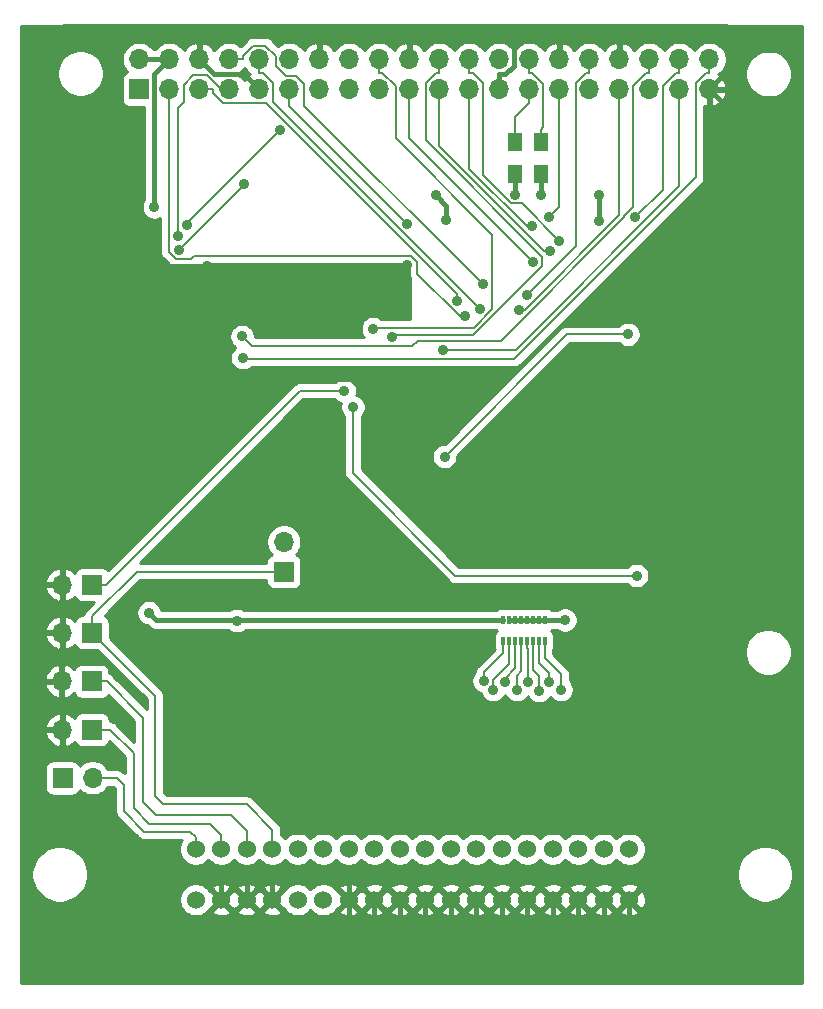
<source format=gbl>
G04 #@! TF.GenerationSoftware,KiCad,Pcbnew,(5.1.6)-1*
G04 #@! TF.CreationDate,2020-09-28T13:24:55+09:00*
G04 #@! TF.ProjectId,mt_rpiprtcap,6d745f72-7069-4707-9274-6361702e6b69,rev?*
G04 #@! TF.SameCoordinates,Original*
G04 #@! TF.FileFunction,Copper,L2,Bot*
G04 #@! TF.FilePolarity,Positive*
%FSLAX46Y46*%
G04 Gerber Fmt 4.6, Leading zero omitted, Abs format (unit mm)*
G04 Created by KiCad (PCBNEW (5.1.6)-1) date 2020-09-28 13:24:55*
%MOMM*%
%LPD*%
G01*
G04 APERTURE LIST*
G04 #@! TA.AperFunction,ComponentPad*
%ADD10C,1.524000*%
G04 #@! TD*
G04 #@! TA.AperFunction,ComponentPad*
%ADD11O,1.700000X1.700000*%
G04 #@! TD*
G04 #@! TA.AperFunction,ComponentPad*
%ADD12R,1.700000X1.700000*%
G04 #@! TD*
G04 #@! TA.AperFunction,SMDPad,CuDef*
%ADD13R,1.300000X1.500000*%
G04 #@! TD*
G04 #@! TA.AperFunction,SMDPad,CuDef*
%ADD14R,0.300000X0.800000*%
G04 #@! TD*
G04 #@! TA.AperFunction,ViaPad*
%ADD15C,0.889000*%
G04 #@! TD*
G04 #@! TA.AperFunction,Conductor*
%ADD16C,0.406400*%
G04 #@! TD*
G04 #@! TA.AperFunction,Conductor*
%ADD17C,0.203200*%
G04 #@! TD*
G04 #@! TA.AperFunction,Conductor*
%ADD18C,0.254000*%
G04 #@! TD*
G04 APERTURE END LIST*
D10*
X220420000Y-114212000D03*
X218261000Y-114212000D03*
X216102000Y-114212000D03*
X213943000Y-114212000D03*
X211784000Y-114212000D03*
X209625000Y-114212000D03*
X207466000Y-114212000D03*
X205307000Y-114212000D03*
X203148000Y-114212000D03*
X200989000Y-114212000D03*
X198830000Y-114212000D03*
X196671000Y-114212000D03*
X194512000Y-114212000D03*
X192353000Y-114212000D03*
X190194000Y-114212000D03*
X188035000Y-114212000D03*
X185876000Y-114212000D03*
X183717000Y-114212000D03*
X220420000Y-118502000D03*
X218261000Y-118502000D03*
X216102000Y-118502000D03*
X213943000Y-118502000D03*
X211784000Y-118502000D03*
X209625000Y-118502000D03*
X207466000Y-118502000D03*
X205307000Y-118502000D03*
X203148000Y-118502000D03*
X200989000Y-118502000D03*
X198830000Y-118502000D03*
X196671000Y-118502000D03*
X194512000Y-118502000D03*
X192353000Y-118502000D03*
X190194000Y-118502000D03*
X188035000Y-118502000D03*
X185876000Y-118502000D03*
X183717000Y-118502000D03*
D11*
X227203000Y-47345600D03*
X227203000Y-49885600D03*
X224663000Y-47345600D03*
X224663000Y-49885600D03*
X222123000Y-47345600D03*
X222123000Y-49885600D03*
X219583000Y-47345600D03*
X219583000Y-49885600D03*
X217043000Y-47345600D03*
X217043000Y-49885600D03*
X214503000Y-47345600D03*
X214503000Y-49885600D03*
X211963000Y-47345600D03*
X211963000Y-49885600D03*
X209423000Y-47345600D03*
X209423000Y-49885600D03*
X206883000Y-47345600D03*
X206883000Y-49885600D03*
X204343000Y-47345600D03*
X204343000Y-49885600D03*
X201803000Y-47345600D03*
X201803000Y-49885600D03*
X199263000Y-47345600D03*
X199263000Y-49885600D03*
X196723000Y-47345600D03*
X196723000Y-49885600D03*
X194183000Y-47345600D03*
X194183000Y-49885600D03*
X191643000Y-47345600D03*
X191643000Y-49885600D03*
X189103000Y-47345600D03*
X189103000Y-49885600D03*
X186563000Y-47345600D03*
X186563000Y-49885600D03*
X184023000Y-47345600D03*
X184023000Y-49885600D03*
X181483000Y-47345600D03*
X181483000Y-49885600D03*
X178943000Y-47345600D03*
D12*
X178943000Y-49885600D03*
D13*
X210782000Y-54361100D03*
X210782000Y-57061100D03*
D11*
X191186000Y-88188800D03*
D12*
X191186000Y-90728800D03*
D11*
X174980000Y-108191000D03*
D12*
X172440000Y-108191000D03*
X174942000Y-104102000D03*
D11*
X172402000Y-104102000D03*
X172377000Y-100012000D03*
D12*
X174917000Y-100012000D03*
X174942000Y-95885000D03*
D11*
X172402000Y-95885000D03*
X172402000Y-91821000D03*
D12*
X174942000Y-91821000D03*
D13*
X212928000Y-57056000D03*
X212928000Y-54356000D03*
D14*
X210268000Y-94821600D03*
X211268000Y-94821600D03*
X210768000Y-94821600D03*
X211768000Y-94821600D03*
X212268000Y-94821600D03*
X212768000Y-94821600D03*
X210268000Y-96621600D03*
X210768000Y-96621600D03*
X211268000Y-96621600D03*
X211768000Y-96621600D03*
X212268000Y-96621600D03*
X212768000Y-96621600D03*
X209768000Y-94821600D03*
X209768000Y-96621600D03*
X213268000Y-94821600D03*
X213268000Y-96621600D03*
D15*
X228016000Y-63169600D03*
X221640000Y-74510900D03*
X208839000Y-78879700D03*
X207488000Y-86465900D03*
X207463000Y-80589900D03*
X222237000Y-80543400D03*
X222263000Y-88722200D03*
X222263000Y-86690200D03*
X180361000Y-74404700D03*
X197367000Y-74418100D03*
X184665000Y-64853500D03*
X201645000Y-64751900D03*
X187185000Y-94869000D03*
X179752000Y-94199700D03*
X214973000Y-94830900D03*
X180213000Y-59855100D03*
X217895000Y-58840600D03*
X217895000Y-61063100D03*
X212928000Y-58801200D03*
X210782000Y-58800900D03*
X204939900Y-60947300D03*
X204025500Y-58813700D03*
X206497300Y-69095100D03*
X214504000Y-62698100D03*
X213748200Y-63596300D03*
X212297600Y-64468500D03*
X212183600Y-61442500D03*
X211784700Y-67267900D03*
X211104900Y-68543300D03*
X208036900Y-66389400D03*
X207747900Y-68491700D03*
X208115000Y-99961700D03*
X208915000Y-100711000D03*
X209868000Y-100025000D03*
X210896000Y-100711000D03*
X211836000Y-100089000D03*
X212788000Y-100800000D03*
X213639000Y-100101000D03*
X214643000Y-100711000D03*
X205851400Y-67796700D03*
X213611600Y-60726400D03*
X221039900Y-91052300D03*
X197020900Y-76792700D03*
X198755500Y-70141100D03*
X196299600Y-75411800D03*
X200356500Y-70884000D03*
X201629100Y-61286300D03*
X204630100Y-71923000D03*
X182203900Y-62310700D03*
X220324400Y-70624000D03*
X204787500Y-80975200D03*
X220950400Y-60718700D03*
X187644400Y-70810700D03*
X187772300Y-57943900D03*
X182317000Y-63451900D03*
X190849600Y-53295900D03*
X182982300Y-61409500D03*
X187691500Y-72610500D03*
D16*
X180347600Y-74418100D02*
X180361000Y-74404700D01*
X180347600Y-74418100D02*
X169097000Y-74418100D01*
X169097000Y-74418100D02*
X169024000Y-74345800D01*
X197367000Y-74418100D02*
X180347600Y-74418100D01*
X219583000Y-44526200D02*
X228638000Y-44526200D01*
X228638000Y-44526200D02*
X228803000Y-44691300D01*
X228803000Y-44691300D02*
X228803000Y-48285400D01*
X228803000Y-48285400D02*
X228549000Y-48539400D01*
X228549000Y-48539400D02*
X227203000Y-49885600D01*
X214503000Y-44526200D02*
X219583000Y-44526200D01*
X184023000Y-44526200D02*
X184023000Y-47345600D01*
X194183000Y-44526200D02*
X184023000Y-44526200D01*
X233883000Y-86753700D02*
X233883000Y-80530700D01*
X222263000Y-86690200D02*
X233820000Y-86690200D01*
X233820000Y-86690200D02*
X233883000Y-86753700D01*
X208894000Y-80589900D02*
X222191000Y-80589900D01*
X222191000Y-80589900D02*
X222237000Y-80543400D01*
X208839000Y-78879700D02*
X208839000Y-80534800D01*
X208839000Y-80534800D02*
X208894000Y-80589900D01*
X233883000Y-63220600D02*
X233883000Y-53911500D01*
X233883000Y-53911500D02*
X232626000Y-52654200D01*
X232626000Y-52654200D02*
X229972000Y-52654200D01*
X229972000Y-52654200D02*
X227203000Y-49885600D01*
X233883000Y-74485500D02*
X233883000Y-63220600D01*
X233883000Y-88658700D02*
X233883000Y-86753700D01*
X211620000Y-125400000D02*
X213995000Y-125400000D01*
X211784000Y-118502000D02*
X211784000Y-125236000D01*
X211784000Y-125236000D02*
X211620000Y-125400000D01*
X203086000Y-125400000D02*
X205346000Y-125400000D01*
X203148000Y-118502000D02*
X203148000Y-125337000D01*
X203148000Y-125337000D02*
X203086000Y-125400000D01*
X169024000Y-104127000D02*
X169024000Y-124536000D01*
X169024000Y-124536000D02*
X169888000Y-125400000D01*
X169888000Y-125400000D02*
X196774000Y-125400000D01*
X169024000Y-100241000D02*
X169024000Y-104127000D01*
X196774000Y-125400000D02*
X198755000Y-125400000D01*
X196671000Y-118502000D02*
X196671000Y-125297000D01*
X196671000Y-125297000D02*
X196774000Y-125400000D01*
X190194000Y-118502000D02*
X190194000Y-116435000D01*
X190194000Y-116435000D02*
X190221000Y-116408000D01*
X185876000Y-118502000D02*
X185876000Y-116612000D01*
X185876000Y-116612000D02*
X186069000Y-116420000D01*
X186069000Y-116420000D02*
X188035000Y-116420000D01*
X188035000Y-116420000D02*
X188047000Y-116408000D01*
X188047000Y-116408000D02*
X190221000Y-116408000D01*
X188035000Y-118502000D02*
X188035000Y-116420000D01*
X190221000Y-116408000D02*
X196634000Y-116408000D01*
X196634000Y-116408000D02*
X196671000Y-116445000D01*
X196671000Y-116445000D02*
X196671000Y-118502000D01*
X198755000Y-125400000D02*
X200901000Y-125400000D01*
X198830000Y-118502000D02*
X198830000Y-125325000D01*
X198830000Y-125325000D02*
X198755000Y-125400000D01*
X200901000Y-125400000D02*
X203086000Y-125400000D01*
X200989000Y-118502000D02*
X200989000Y-125312000D01*
X200989000Y-125312000D02*
X200901000Y-125400000D01*
X205346000Y-125400000D02*
X207531000Y-125400000D01*
X205307000Y-118502000D02*
X205307000Y-125361000D01*
X205307000Y-125361000D02*
X205346000Y-125400000D01*
X207531000Y-125400000D02*
X209537000Y-125400000D01*
X207466000Y-118502000D02*
X207466000Y-125335000D01*
X207466000Y-125335000D02*
X207531000Y-125400000D01*
X209537000Y-125400000D02*
X211620000Y-125400000D01*
X209625000Y-118502000D02*
X209625000Y-125312000D01*
X209625000Y-125312000D02*
X209537000Y-125400000D01*
X213995000Y-125400000D02*
X216040000Y-125400000D01*
X213943000Y-118502000D02*
X213943000Y-125348000D01*
X213943000Y-125348000D02*
X213995000Y-125400000D01*
X216040000Y-125400000D02*
X218186000Y-125400000D01*
X216102000Y-118502000D02*
X216102000Y-125337000D01*
X216102000Y-125337000D02*
X216040000Y-125400000D01*
X218186000Y-125400000D02*
X220536000Y-125400000D01*
X218261000Y-118502000D02*
X218261000Y-125325000D01*
X218261000Y-125325000D02*
X218186000Y-125400000D01*
X220536000Y-125400000D02*
X226428000Y-125400000D01*
X226428000Y-125400000D02*
X227457000Y-124371000D01*
X227457000Y-124371000D02*
X227457000Y-96291400D01*
X227457000Y-96291400D02*
X231026000Y-92722700D01*
X231026000Y-92722700D02*
X232994000Y-92722700D01*
X232994000Y-92722700D02*
X233883000Y-91833700D01*
X233883000Y-91833700D02*
X233883000Y-88658700D01*
X220420000Y-118502000D02*
X220420000Y-125284000D01*
X220420000Y-125284000D02*
X220536000Y-125400000D01*
X172402000Y-104102000D02*
X169050000Y-104102000D01*
X169050000Y-104102000D02*
X169024000Y-104127000D01*
X169024000Y-95961200D02*
X169024000Y-100241000D01*
X172377000Y-100012000D02*
X169253000Y-100012000D01*
X169253000Y-100012000D02*
X169024000Y-100241000D01*
X172402000Y-95885000D02*
X169100000Y-95885000D01*
X169100000Y-95885000D02*
X169024000Y-95961200D01*
X169024000Y-91922600D02*
X169024000Y-95961200D01*
X169024000Y-74345800D02*
X169024000Y-91922600D01*
X172402000Y-91821000D02*
X169126000Y-91821000D01*
X169126000Y-91821000D02*
X169024000Y-91922600D01*
X228016000Y-63169600D02*
X233832000Y-63169600D01*
X233832000Y-63169600D02*
X233883000Y-63220600D01*
X221640000Y-74510900D02*
X233858000Y-74510900D01*
X233858000Y-74510900D02*
X233883000Y-74485500D01*
X233883000Y-80530700D02*
X233883000Y-74485500D01*
X207463000Y-80589900D02*
X208894000Y-80589900D01*
X207488000Y-86465900D02*
X222038000Y-86465900D01*
X222038000Y-86465900D02*
X222263000Y-86690200D01*
X222263000Y-88722200D02*
X233820000Y-88722200D01*
X233820000Y-88722200D02*
X233883000Y-88658700D01*
X222237000Y-80543400D02*
X233870000Y-80543400D01*
X233870000Y-80543400D02*
X233883000Y-80530700D01*
X169024000Y-65036700D02*
X169024000Y-74345800D01*
X184665000Y-64853500D02*
X169208000Y-64853500D01*
X169208000Y-64853500D02*
X169024000Y-65036700D01*
X184023000Y-44526200D02*
X172542000Y-44526200D01*
X172542000Y-44526200D02*
X169024000Y-48044100D01*
X169024000Y-48044100D02*
X169024000Y-65036700D01*
X201645000Y-64751900D02*
X184767000Y-64751900D01*
X184767000Y-64751900D02*
X184665000Y-64853500D01*
X189103000Y-49885600D02*
X187847000Y-48629200D01*
X187847000Y-48629200D02*
X185307000Y-48629200D01*
X185307000Y-48629200D02*
X184023000Y-47345600D01*
X194183000Y-44526200D02*
X194183000Y-47345600D01*
X201803000Y-44526200D02*
X201803000Y-47345600D01*
X201803000Y-44526200D02*
X194183000Y-44526200D01*
X214503000Y-44526200D02*
X214503000Y-47345600D01*
X219583000Y-47345600D02*
X219583000Y-44526200D01*
X214503000Y-44526200D02*
X210693000Y-44526200D01*
X210693000Y-44526200D02*
X201803000Y-44526200D01*
X210693000Y-44526200D02*
X210693000Y-47879700D01*
X210693000Y-47879700D02*
X209944000Y-48628900D01*
X209944000Y-48628900D02*
X209423000Y-48628900D01*
X209423000Y-48628900D02*
X209423000Y-49885600D01*
X210768000Y-94821600D02*
X210268000Y-94821600D01*
X211268000Y-94821600D02*
X210768000Y-94821600D01*
X211268000Y-94821600D02*
X211768000Y-94821600D01*
X211768000Y-94821600D02*
X212268000Y-94821600D01*
X212268000Y-94821600D02*
X212768000Y-94821600D01*
X212768000Y-94821600D02*
X213268000Y-94821600D01*
X214973000Y-94830900D02*
X213277000Y-94830900D01*
X213277000Y-94830900D02*
X213268000Y-94821600D01*
X187210400Y-94843600D02*
X187185000Y-94869000D01*
X209768000Y-94821600D02*
X209746000Y-94843600D01*
X209746000Y-94843600D02*
X187210400Y-94843600D01*
X187210400Y-94843600D02*
X180378000Y-94843600D01*
X180378000Y-94843600D02*
X179752000Y-94217500D01*
X179752000Y-94217500D02*
X179752000Y-94199700D01*
X181483000Y-47345600D02*
X180213000Y-48615600D01*
X180213000Y-48615600D02*
X180213000Y-59855100D01*
X178943000Y-47345600D02*
X181483000Y-47345600D01*
X217895000Y-61063100D02*
X217895000Y-58840600D01*
X212928000Y-57056000D02*
X212928000Y-58801200D01*
X210782000Y-57061100D02*
X210782000Y-58800900D01*
X204939900Y-60947300D02*
X204939900Y-59753500D01*
X204025500Y-58839100D02*
X204025500Y-58813700D01*
X204939900Y-59753500D02*
X204025500Y-58839100D01*
D17*
X206497300Y-69095100D02*
X206089600Y-69095100D01*
X206089600Y-69095100D02*
X202496100Y-65501600D01*
X202496100Y-65501600D02*
X202496100Y-64520100D01*
X202496100Y-64520100D02*
X201978200Y-64002200D01*
X201978200Y-64002200D02*
X183531800Y-64002200D01*
X183531800Y-64002200D02*
X183319900Y-64214100D01*
X183319900Y-64214100D02*
X182008100Y-64214100D01*
X182008100Y-64214100D02*
X181454300Y-63660300D01*
X181454300Y-63660300D02*
X181454300Y-51069400D01*
X181454300Y-51069400D02*
X181483000Y-51040700D01*
X181483000Y-49885600D02*
X181483000Y-51040700D01*
X206883000Y-48500700D02*
X207171900Y-48500700D01*
X207171900Y-48500700D02*
X208038100Y-49366900D01*
X208038100Y-49366900D02*
X208038100Y-57176700D01*
X208038100Y-57176700D02*
X210412300Y-59550900D01*
X210412300Y-59550900D02*
X211356800Y-59550900D01*
X211356800Y-59550900D02*
X214504000Y-62698100D01*
X206883000Y-47345600D02*
X206883000Y-48500700D01*
X204343000Y-49885600D02*
X204343000Y-54701800D01*
X204343000Y-54701800D02*
X213237500Y-63596300D01*
X213237500Y-63596300D02*
X213748200Y-63596300D01*
X212297600Y-64468500D02*
X201803000Y-53973900D01*
X201803000Y-53973900D02*
X201803000Y-49885600D01*
X212183600Y-61442500D02*
X211728700Y-61442500D01*
X211728700Y-61442500D02*
X206883100Y-56596900D01*
X206883100Y-56596900D02*
X206883100Y-51040700D01*
X206883100Y-51040700D02*
X206883000Y-51040700D01*
X206883000Y-49885600D02*
X206883000Y-51040700D01*
X217043000Y-48500700D02*
X216754100Y-48500700D01*
X216754100Y-48500700D02*
X215887900Y-49366900D01*
X215887900Y-49366900D02*
X215887900Y-63164700D01*
X215887900Y-63164700D02*
X211784700Y-67267900D01*
X217043000Y-47345600D02*
X217043000Y-48500700D01*
X211104900Y-68543300D02*
X211572700Y-68543300D01*
X211572700Y-68543300D02*
X219583000Y-60533000D01*
X219583000Y-60533000D02*
X219583000Y-49885600D01*
X208036900Y-66389400D02*
X192913000Y-51265500D01*
X192913000Y-51265500D02*
X192913000Y-49465200D01*
X192913000Y-49465200D02*
X192178200Y-48730400D01*
X192178200Y-48730400D02*
X191337400Y-48730400D01*
X191337400Y-48730400D02*
X190487800Y-47880800D01*
X190487800Y-47880800D02*
X190487800Y-47051200D01*
X190487800Y-47051200D02*
X189617000Y-46180400D01*
X189617000Y-46180400D02*
X188594500Y-46180400D01*
X188594500Y-46180400D02*
X187718100Y-47056800D01*
X187718100Y-47056800D02*
X187718100Y-47345600D01*
X186563000Y-47345600D02*
X187718100Y-47345600D01*
X189103000Y-48500700D02*
X189391900Y-48500700D01*
X189391900Y-48500700D02*
X190258100Y-49366900D01*
X190258100Y-49366900D02*
X190258100Y-51001900D01*
X190258100Y-51001900D02*
X207747900Y-68491700D01*
X189103000Y-47345600D02*
X189103000Y-48500700D01*
X208115000Y-99961700D02*
X208115000Y-99225100D01*
X208115000Y-99225100D02*
X209768000Y-97572200D01*
X209768000Y-97572200D02*
X209768000Y-96621600D01*
X208915000Y-100711000D02*
X208915000Y-99868700D01*
X208915000Y-99868700D02*
X210268000Y-98515900D01*
X210268000Y-98515900D02*
X210268000Y-96621600D01*
X209868000Y-99971100D02*
X209868000Y-100025000D01*
X209868000Y-100025000D02*
X209868000Y-99770700D01*
X210768000Y-98870700D02*
X210768000Y-96621600D01*
X209868000Y-99770700D02*
X210768000Y-98870700D01*
X211268000Y-96621600D02*
X211268000Y-99145600D01*
X211268000Y-99145600D02*
X210896000Y-99517200D01*
X210896000Y-99517200D02*
X210896000Y-100711000D01*
X211836000Y-100089000D02*
X211836000Y-97288400D01*
X211836000Y-97288400D02*
X211768000Y-97220200D01*
X211768000Y-97220200D02*
X211768000Y-96621600D01*
X212788000Y-100800000D02*
X212788000Y-99542600D01*
X212788000Y-99542600D02*
X212268000Y-99021900D01*
X212268000Y-99021900D02*
X212268000Y-96621600D01*
X213639000Y-100101000D02*
X213639000Y-99314000D01*
X213639000Y-99314000D02*
X212768000Y-98442400D01*
X212768000Y-98442400D02*
X212768000Y-96621600D01*
X214643000Y-100711000D02*
X214643000Y-99390200D01*
X214643000Y-99390200D02*
X213268000Y-98015300D01*
X213268000Y-98015300D02*
X213268000Y-96621600D01*
X185178100Y-49885600D02*
X185178100Y-50174500D01*
X185178100Y-50174500D02*
X186044300Y-51040700D01*
X186044300Y-51040700D02*
X189658500Y-51040700D01*
X189658500Y-51040700D02*
X205851400Y-67233600D01*
X205851400Y-67233600D02*
X205851400Y-67796700D01*
X184023000Y-49885600D02*
X185178100Y-49885600D01*
X214503000Y-49885600D02*
X214503000Y-59835000D01*
X214503000Y-59835000D02*
X213611600Y-60726400D01*
X221039900Y-91052300D02*
X205700600Y-91052300D01*
X205700600Y-91052300D02*
X197020900Y-82372600D01*
X197020900Y-82372600D02*
X197020900Y-76792700D01*
X199263000Y-48500700D02*
X199532200Y-48500700D01*
X199532200Y-48500700D02*
X200647800Y-49616300D01*
X200647800Y-49616300D02*
X200647800Y-54007600D01*
X200647800Y-54007600D02*
X208829500Y-62189300D01*
X208829500Y-62189300D02*
X208829500Y-68470400D01*
X208829500Y-68470400D02*
X207238600Y-70061300D01*
X207238600Y-70061300D02*
X198835300Y-70061300D01*
X198835300Y-70061300D02*
X198755500Y-70141100D01*
X199263000Y-47345600D02*
X199263000Y-48500700D01*
X174942000Y-91821000D02*
X176097100Y-91821000D01*
X176097100Y-91821000D02*
X192506300Y-75411800D01*
X192506300Y-75411800D02*
X196299600Y-75411800D01*
X204343000Y-48500700D02*
X204073700Y-48500700D01*
X204073700Y-48500700D02*
X203187800Y-49386600D01*
X203187800Y-49386600D02*
X203187800Y-54194900D01*
X203187800Y-54194900D02*
X213048500Y-64055600D01*
X213048500Y-64055600D02*
X213048500Y-64844700D01*
X213048500Y-64844700D02*
X207235100Y-70658100D01*
X207235100Y-70658100D02*
X200582400Y-70658100D01*
X200582400Y-70658100D02*
X200356500Y-70884000D01*
X204343000Y-47345600D02*
X204343000Y-48500700D01*
X191643000Y-49885600D02*
X191643000Y-51300200D01*
X191643000Y-51300200D02*
X201629100Y-61286300D01*
X224663000Y-49885600D02*
X224663000Y-58109600D01*
X224663000Y-58109600D02*
X210849600Y-71923000D01*
X210849600Y-71923000D02*
X204630100Y-71923000D01*
X186563000Y-49885600D02*
X185844000Y-49885600D01*
X185844000Y-49885600D02*
X184668400Y-48710000D01*
X184668400Y-48710000D02*
X183528800Y-48710000D01*
X183528800Y-48710000D02*
X182714600Y-49524200D01*
X182714600Y-49524200D02*
X182714600Y-50930500D01*
X182714600Y-50930500D02*
X182203900Y-51441200D01*
X182203900Y-51441200D02*
X182203900Y-62310700D01*
X215125500Y-70624000D02*
X220324400Y-70624000D01*
X215125500Y-70637200D02*
X215125500Y-70624000D01*
X204787500Y-80975200D02*
X215125500Y-70637200D01*
X224663000Y-48500700D02*
X224393700Y-48500700D01*
X224393700Y-48500700D02*
X223278200Y-49616200D01*
X223278200Y-49616200D02*
X223278200Y-58390900D01*
X223278200Y-58390900D02*
X220950400Y-60718700D01*
X224663000Y-47345600D02*
X224663000Y-48500700D01*
X222123000Y-47345600D02*
X222123000Y-48500700D01*
X187644400Y-70810700D02*
X188468600Y-71634900D01*
X188468600Y-71634900D02*
X202058500Y-71634900D01*
X202058500Y-71634900D02*
X202520000Y-71173400D01*
X202520000Y-71173400D02*
X209546000Y-71173400D01*
X209546000Y-71173400D02*
X219989800Y-60729600D01*
X219989800Y-60729600D02*
X219989800Y-60615800D01*
X219989800Y-60615800D02*
X220738200Y-59867400D01*
X220738200Y-59867400D02*
X220738200Y-49616200D01*
X220738200Y-49616200D02*
X221853700Y-48500700D01*
X221853700Y-48500700D02*
X222123000Y-48500700D01*
X182317000Y-63451900D02*
X187772300Y-57996600D01*
X187772300Y-57996600D02*
X187772300Y-57943900D01*
X190849600Y-53295900D02*
X182982300Y-61163200D01*
X182982300Y-61163200D02*
X182982300Y-61409500D01*
X227203000Y-47345600D02*
X227203000Y-48500700D01*
X227203000Y-48500700D02*
X226914100Y-48500700D01*
X226914100Y-48500700D02*
X226047900Y-49366900D01*
X226047900Y-49366900D02*
X226047900Y-57340900D01*
X226047900Y-57340900D02*
X210690000Y-72698800D01*
X210690000Y-72698800D02*
X187779800Y-72698800D01*
X187779800Y-72698800D02*
X187691500Y-72610500D01*
X212928000Y-54356000D02*
X212928000Y-53300900D01*
X212928000Y-53300900D02*
X213157000Y-53072200D01*
X213157000Y-53072200D02*
X213157000Y-49425200D01*
X213157000Y-49425200D02*
X212232000Y-48500700D01*
X212232000Y-48500700D02*
X211963000Y-48500700D01*
X211963000Y-48500700D02*
X211963000Y-47345600D01*
X210782000Y-54361100D02*
X210782000Y-52221700D01*
X210782000Y-52221700D02*
X211963000Y-51040700D01*
X211963000Y-51040700D02*
X211963000Y-49885600D01*
X174942000Y-95885000D02*
X174942000Y-94500700D01*
X174942000Y-94500700D02*
X178714000Y-90728800D01*
X178714000Y-90728800D02*
X191186000Y-90728800D01*
X190194000Y-114212000D02*
X190194000Y-112559000D01*
X190194000Y-112559000D02*
X188024000Y-110388000D01*
X188024000Y-110388000D02*
X180950000Y-110388000D01*
X180950000Y-110388000D02*
X180289000Y-109728000D01*
X180289000Y-109728000D02*
X180289000Y-101232000D01*
X180289000Y-101232000D02*
X174942000Y-95885000D01*
X174980000Y-108191000D02*
X177063000Y-108191000D01*
X177063000Y-108191000D02*
X177660000Y-108788000D01*
X177660000Y-108788000D02*
X177660000Y-111011000D01*
X177660000Y-111011000D02*
X179375000Y-112725000D01*
X179375000Y-112725000D02*
X183274000Y-112725000D01*
X183274000Y-112725000D02*
X183717000Y-113169000D01*
X183717000Y-113169000D02*
X183717000Y-114212000D01*
X174917000Y-100012000D02*
X176187000Y-100012000D01*
X176187000Y-100012000D02*
X179248000Y-103073000D01*
X179248000Y-103073000D02*
X179248000Y-110198000D01*
X179248000Y-110198000D02*
X180365000Y-111316000D01*
X180365000Y-111316000D02*
X186690000Y-111316000D01*
X186690000Y-111316000D02*
X188035000Y-112661000D01*
X188035000Y-112661000D02*
X188035000Y-114212000D01*
X174942000Y-104102000D02*
X176454000Y-104102000D01*
X176454000Y-104102000D02*
X178460000Y-106108000D01*
X178460000Y-106108000D02*
X178460000Y-110757000D01*
X178460000Y-110757000D02*
X179781000Y-112078000D01*
X179781000Y-112078000D02*
X184912000Y-112078000D01*
X184912000Y-112078000D02*
X185876000Y-113042000D01*
X185876000Y-113042000D02*
X185876000Y-114212000D01*
D18*
G36*
X235064300Y-125590300D02*
G01*
X168935400Y-125590300D01*
X168935400Y-116122098D01*
X169812000Y-116122098D01*
X169812000Y-116591902D01*
X169903654Y-117052679D01*
X170083440Y-117486721D01*
X170344450Y-117877349D01*
X170676651Y-118209550D01*
X171067279Y-118470560D01*
X171501321Y-118650346D01*
X171962098Y-118742000D01*
X172431902Y-118742000D01*
X172892679Y-118650346D01*
X173326721Y-118470560D01*
X173485588Y-118364408D01*
X182320000Y-118364408D01*
X182320000Y-118639592D01*
X182373686Y-118909490D01*
X182478995Y-119163727D01*
X182631880Y-119392535D01*
X182826465Y-119587120D01*
X183055273Y-119740005D01*
X183309510Y-119845314D01*
X183579408Y-119899000D01*
X183854592Y-119899000D01*
X184124490Y-119845314D01*
X184378727Y-119740005D01*
X184607535Y-119587120D01*
X184727090Y-119467565D01*
X185090040Y-119467565D01*
X185157020Y-119707656D01*
X185406048Y-119824756D01*
X185673135Y-119891023D01*
X185948017Y-119903910D01*
X186220133Y-119862922D01*
X186479023Y-119769636D01*
X186594980Y-119707656D01*
X186661960Y-119467565D01*
X187249040Y-119467565D01*
X187316020Y-119707656D01*
X187565048Y-119824756D01*
X187832135Y-119891023D01*
X188107017Y-119903910D01*
X188379133Y-119862922D01*
X188638023Y-119769636D01*
X188753980Y-119707656D01*
X188820960Y-119467565D01*
X189408040Y-119467565D01*
X189475020Y-119707656D01*
X189724048Y-119824756D01*
X189991135Y-119891023D01*
X190266017Y-119903910D01*
X190538133Y-119862922D01*
X190797023Y-119769636D01*
X190912980Y-119707656D01*
X190979960Y-119467565D01*
X190194000Y-118681605D01*
X189408040Y-119467565D01*
X188820960Y-119467565D01*
X188035000Y-118681605D01*
X187249040Y-119467565D01*
X186661960Y-119467565D01*
X185876000Y-118681605D01*
X185090040Y-119467565D01*
X184727090Y-119467565D01*
X184802120Y-119392535D01*
X184878035Y-119278921D01*
X184910435Y-119287960D01*
X185696395Y-118502000D01*
X186055605Y-118502000D01*
X186841565Y-119287960D01*
X186955500Y-119256175D01*
X187069435Y-119287960D01*
X187855395Y-118502000D01*
X188214605Y-118502000D01*
X189000565Y-119287960D01*
X189114500Y-119256175D01*
X189228435Y-119287960D01*
X190014395Y-118502000D01*
X190373605Y-118502000D01*
X191159565Y-119287960D01*
X191191965Y-119278921D01*
X191267880Y-119392535D01*
X191462465Y-119587120D01*
X191691273Y-119740005D01*
X191945510Y-119845314D01*
X192215408Y-119899000D01*
X192490592Y-119899000D01*
X192760490Y-119845314D01*
X193014727Y-119740005D01*
X193243535Y-119587120D01*
X193432500Y-119398155D01*
X193621465Y-119587120D01*
X193850273Y-119740005D01*
X194104510Y-119845314D01*
X194374408Y-119899000D01*
X194649592Y-119899000D01*
X194919490Y-119845314D01*
X195173727Y-119740005D01*
X195402535Y-119587120D01*
X195522090Y-119467565D01*
X195885040Y-119467565D01*
X195952020Y-119707656D01*
X196201048Y-119824756D01*
X196468135Y-119891023D01*
X196743017Y-119903910D01*
X197015133Y-119862922D01*
X197274023Y-119769636D01*
X197389980Y-119707656D01*
X197456960Y-119467565D01*
X198044040Y-119467565D01*
X198111020Y-119707656D01*
X198360048Y-119824756D01*
X198627135Y-119891023D01*
X198902017Y-119903910D01*
X199174133Y-119862922D01*
X199433023Y-119769636D01*
X199548980Y-119707656D01*
X199615960Y-119467565D01*
X200203040Y-119467565D01*
X200270020Y-119707656D01*
X200519048Y-119824756D01*
X200786135Y-119891023D01*
X201061017Y-119903910D01*
X201333133Y-119862922D01*
X201592023Y-119769636D01*
X201707980Y-119707656D01*
X201774960Y-119467565D01*
X202362040Y-119467565D01*
X202429020Y-119707656D01*
X202678048Y-119824756D01*
X202945135Y-119891023D01*
X203220017Y-119903910D01*
X203492133Y-119862922D01*
X203751023Y-119769636D01*
X203866980Y-119707656D01*
X203933960Y-119467565D01*
X204521040Y-119467565D01*
X204588020Y-119707656D01*
X204837048Y-119824756D01*
X205104135Y-119891023D01*
X205379017Y-119903910D01*
X205651133Y-119862922D01*
X205910023Y-119769636D01*
X206025980Y-119707656D01*
X206092960Y-119467565D01*
X206680040Y-119467565D01*
X206747020Y-119707656D01*
X206996048Y-119824756D01*
X207263135Y-119891023D01*
X207538017Y-119903910D01*
X207810133Y-119862922D01*
X208069023Y-119769636D01*
X208184980Y-119707656D01*
X208251960Y-119467565D01*
X208839040Y-119467565D01*
X208906020Y-119707656D01*
X209155048Y-119824756D01*
X209422135Y-119891023D01*
X209697017Y-119903910D01*
X209969133Y-119862922D01*
X210228023Y-119769636D01*
X210343980Y-119707656D01*
X210410960Y-119467565D01*
X210998040Y-119467565D01*
X211065020Y-119707656D01*
X211314048Y-119824756D01*
X211581135Y-119891023D01*
X211856017Y-119903910D01*
X212128133Y-119862922D01*
X212387023Y-119769636D01*
X212502980Y-119707656D01*
X212569960Y-119467565D01*
X213157040Y-119467565D01*
X213224020Y-119707656D01*
X213473048Y-119824756D01*
X213740135Y-119891023D01*
X214015017Y-119903910D01*
X214287133Y-119862922D01*
X214546023Y-119769636D01*
X214661980Y-119707656D01*
X214728960Y-119467565D01*
X215316040Y-119467565D01*
X215383020Y-119707656D01*
X215632048Y-119824756D01*
X215899135Y-119891023D01*
X216174017Y-119903910D01*
X216446133Y-119862922D01*
X216705023Y-119769636D01*
X216820980Y-119707656D01*
X216887960Y-119467565D01*
X217475040Y-119467565D01*
X217542020Y-119707656D01*
X217791048Y-119824756D01*
X218058135Y-119891023D01*
X218333017Y-119903910D01*
X218605133Y-119862922D01*
X218864023Y-119769636D01*
X218979980Y-119707656D01*
X219046960Y-119467565D01*
X219634040Y-119467565D01*
X219701020Y-119707656D01*
X219950048Y-119824756D01*
X220217135Y-119891023D01*
X220492017Y-119903910D01*
X220764133Y-119862922D01*
X221023023Y-119769636D01*
X221138980Y-119707656D01*
X221205960Y-119467565D01*
X220420000Y-118681605D01*
X219634040Y-119467565D01*
X219046960Y-119467565D01*
X218261000Y-118681605D01*
X217475040Y-119467565D01*
X216887960Y-119467565D01*
X216102000Y-118681605D01*
X215316040Y-119467565D01*
X214728960Y-119467565D01*
X213943000Y-118681605D01*
X213157040Y-119467565D01*
X212569960Y-119467565D01*
X211784000Y-118681605D01*
X210998040Y-119467565D01*
X210410960Y-119467565D01*
X209625000Y-118681605D01*
X208839040Y-119467565D01*
X208251960Y-119467565D01*
X207466000Y-118681605D01*
X206680040Y-119467565D01*
X206092960Y-119467565D01*
X205307000Y-118681605D01*
X204521040Y-119467565D01*
X203933960Y-119467565D01*
X203148000Y-118681605D01*
X202362040Y-119467565D01*
X201774960Y-119467565D01*
X200989000Y-118681605D01*
X200203040Y-119467565D01*
X199615960Y-119467565D01*
X198830000Y-118681605D01*
X198044040Y-119467565D01*
X197456960Y-119467565D01*
X196671000Y-118681605D01*
X195885040Y-119467565D01*
X195522090Y-119467565D01*
X195597120Y-119392535D01*
X195673035Y-119278921D01*
X195705435Y-119287960D01*
X196491395Y-118502000D01*
X196850605Y-118502000D01*
X197636565Y-119287960D01*
X197750500Y-119256175D01*
X197864435Y-119287960D01*
X198650395Y-118502000D01*
X199009605Y-118502000D01*
X199795565Y-119287960D01*
X199909500Y-119256175D01*
X200023435Y-119287960D01*
X200809395Y-118502000D01*
X201168605Y-118502000D01*
X201954565Y-119287960D01*
X202068500Y-119256175D01*
X202182435Y-119287960D01*
X202968395Y-118502000D01*
X203327605Y-118502000D01*
X204113565Y-119287960D01*
X204227500Y-119256175D01*
X204341435Y-119287960D01*
X205127395Y-118502000D01*
X205486605Y-118502000D01*
X206272565Y-119287960D01*
X206386500Y-119256175D01*
X206500435Y-119287960D01*
X207286395Y-118502000D01*
X207645605Y-118502000D01*
X208431565Y-119287960D01*
X208545500Y-119256175D01*
X208659435Y-119287960D01*
X209445395Y-118502000D01*
X209804605Y-118502000D01*
X210590565Y-119287960D01*
X210704500Y-119256175D01*
X210818435Y-119287960D01*
X211604395Y-118502000D01*
X211963605Y-118502000D01*
X212749565Y-119287960D01*
X212863500Y-119256175D01*
X212977435Y-119287960D01*
X213763395Y-118502000D01*
X214122605Y-118502000D01*
X214908565Y-119287960D01*
X215022500Y-119256175D01*
X215136435Y-119287960D01*
X215922395Y-118502000D01*
X216281605Y-118502000D01*
X217067565Y-119287960D01*
X217181500Y-119256175D01*
X217295435Y-119287960D01*
X218081395Y-118502000D01*
X218440605Y-118502000D01*
X219226565Y-119287960D01*
X219340500Y-119256175D01*
X219454435Y-119287960D01*
X220240395Y-118502000D01*
X220599605Y-118502000D01*
X221385565Y-119287960D01*
X221625656Y-119220980D01*
X221742756Y-118971952D01*
X221809023Y-118704865D01*
X221821910Y-118429983D01*
X221780922Y-118157867D01*
X221687636Y-117898977D01*
X221625656Y-117783020D01*
X221385565Y-117716040D01*
X220599605Y-118502000D01*
X220240395Y-118502000D01*
X219454435Y-117716040D01*
X219340500Y-117747825D01*
X219226565Y-117716040D01*
X218440605Y-118502000D01*
X218081395Y-118502000D01*
X217295435Y-117716040D01*
X217181500Y-117747825D01*
X217067565Y-117716040D01*
X216281605Y-118502000D01*
X215922395Y-118502000D01*
X215136435Y-117716040D01*
X215022500Y-117747825D01*
X214908565Y-117716040D01*
X214122605Y-118502000D01*
X213763395Y-118502000D01*
X212977435Y-117716040D01*
X212863500Y-117747825D01*
X212749565Y-117716040D01*
X211963605Y-118502000D01*
X211604395Y-118502000D01*
X210818435Y-117716040D01*
X210704500Y-117747825D01*
X210590565Y-117716040D01*
X209804605Y-118502000D01*
X209445395Y-118502000D01*
X208659435Y-117716040D01*
X208545500Y-117747825D01*
X208431565Y-117716040D01*
X207645605Y-118502000D01*
X207286395Y-118502000D01*
X206500435Y-117716040D01*
X206386500Y-117747825D01*
X206272565Y-117716040D01*
X205486605Y-118502000D01*
X205127395Y-118502000D01*
X204341435Y-117716040D01*
X204227500Y-117747825D01*
X204113565Y-117716040D01*
X203327605Y-118502000D01*
X202968395Y-118502000D01*
X202182435Y-117716040D01*
X202068500Y-117747825D01*
X201954565Y-117716040D01*
X201168605Y-118502000D01*
X200809395Y-118502000D01*
X200023435Y-117716040D01*
X199909500Y-117747825D01*
X199795565Y-117716040D01*
X199009605Y-118502000D01*
X198650395Y-118502000D01*
X197864435Y-117716040D01*
X197750500Y-117747825D01*
X197636565Y-117716040D01*
X196850605Y-118502000D01*
X196491395Y-118502000D01*
X195705435Y-117716040D01*
X195673035Y-117725079D01*
X195597120Y-117611465D01*
X195522090Y-117536435D01*
X195885040Y-117536435D01*
X196671000Y-118322395D01*
X197456960Y-117536435D01*
X198044040Y-117536435D01*
X198830000Y-118322395D01*
X199615960Y-117536435D01*
X200203040Y-117536435D01*
X200989000Y-118322395D01*
X201774960Y-117536435D01*
X202362040Y-117536435D01*
X203148000Y-118322395D01*
X203933960Y-117536435D01*
X204521040Y-117536435D01*
X205307000Y-118322395D01*
X206092960Y-117536435D01*
X206680040Y-117536435D01*
X207466000Y-118322395D01*
X208251960Y-117536435D01*
X208839040Y-117536435D01*
X209625000Y-118322395D01*
X210410960Y-117536435D01*
X210998040Y-117536435D01*
X211784000Y-118322395D01*
X212569960Y-117536435D01*
X213157040Y-117536435D01*
X213943000Y-118322395D01*
X214728960Y-117536435D01*
X215316040Y-117536435D01*
X216102000Y-118322395D01*
X216887960Y-117536435D01*
X217475040Y-117536435D01*
X218261000Y-118322395D01*
X219046960Y-117536435D01*
X219634040Y-117536435D01*
X220420000Y-118322395D01*
X221205960Y-117536435D01*
X221138980Y-117296344D01*
X220889952Y-117179244D01*
X220622865Y-117112977D01*
X220347983Y-117100090D01*
X220075867Y-117141078D01*
X219816977Y-117234364D01*
X219701020Y-117296344D01*
X219634040Y-117536435D01*
X219046960Y-117536435D01*
X218979980Y-117296344D01*
X218730952Y-117179244D01*
X218463865Y-117112977D01*
X218188983Y-117100090D01*
X217916867Y-117141078D01*
X217657977Y-117234364D01*
X217542020Y-117296344D01*
X217475040Y-117536435D01*
X216887960Y-117536435D01*
X216820980Y-117296344D01*
X216571952Y-117179244D01*
X216304865Y-117112977D01*
X216029983Y-117100090D01*
X215757867Y-117141078D01*
X215498977Y-117234364D01*
X215383020Y-117296344D01*
X215316040Y-117536435D01*
X214728960Y-117536435D01*
X214661980Y-117296344D01*
X214412952Y-117179244D01*
X214145865Y-117112977D01*
X213870983Y-117100090D01*
X213598867Y-117141078D01*
X213339977Y-117234364D01*
X213224020Y-117296344D01*
X213157040Y-117536435D01*
X212569960Y-117536435D01*
X212502980Y-117296344D01*
X212253952Y-117179244D01*
X211986865Y-117112977D01*
X211711983Y-117100090D01*
X211439867Y-117141078D01*
X211180977Y-117234364D01*
X211065020Y-117296344D01*
X210998040Y-117536435D01*
X210410960Y-117536435D01*
X210343980Y-117296344D01*
X210094952Y-117179244D01*
X209827865Y-117112977D01*
X209552983Y-117100090D01*
X209280867Y-117141078D01*
X209021977Y-117234364D01*
X208906020Y-117296344D01*
X208839040Y-117536435D01*
X208251960Y-117536435D01*
X208184980Y-117296344D01*
X207935952Y-117179244D01*
X207668865Y-117112977D01*
X207393983Y-117100090D01*
X207121867Y-117141078D01*
X206862977Y-117234364D01*
X206747020Y-117296344D01*
X206680040Y-117536435D01*
X206092960Y-117536435D01*
X206025980Y-117296344D01*
X205776952Y-117179244D01*
X205509865Y-117112977D01*
X205234983Y-117100090D01*
X204962867Y-117141078D01*
X204703977Y-117234364D01*
X204588020Y-117296344D01*
X204521040Y-117536435D01*
X203933960Y-117536435D01*
X203866980Y-117296344D01*
X203617952Y-117179244D01*
X203350865Y-117112977D01*
X203075983Y-117100090D01*
X202803867Y-117141078D01*
X202544977Y-117234364D01*
X202429020Y-117296344D01*
X202362040Y-117536435D01*
X201774960Y-117536435D01*
X201707980Y-117296344D01*
X201458952Y-117179244D01*
X201191865Y-117112977D01*
X200916983Y-117100090D01*
X200644867Y-117141078D01*
X200385977Y-117234364D01*
X200270020Y-117296344D01*
X200203040Y-117536435D01*
X199615960Y-117536435D01*
X199548980Y-117296344D01*
X199299952Y-117179244D01*
X199032865Y-117112977D01*
X198757983Y-117100090D01*
X198485867Y-117141078D01*
X198226977Y-117234364D01*
X198111020Y-117296344D01*
X198044040Y-117536435D01*
X197456960Y-117536435D01*
X197389980Y-117296344D01*
X197140952Y-117179244D01*
X196873865Y-117112977D01*
X196598983Y-117100090D01*
X196326867Y-117141078D01*
X196067977Y-117234364D01*
X195952020Y-117296344D01*
X195885040Y-117536435D01*
X195522090Y-117536435D01*
X195402535Y-117416880D01*
X195173727Y-117263995D01*
X194919490Y-117158686D01*
X194649592Y-117105000D01*
X194374408Y-117105000D01*
X194104510Y-117158686D01*
X193850273Y-117263995D01*
X193621465Y-117416880D01*
X193432500Y-117605845D01*
X193243535Y-117416880D01*
X193014727Y-117263995D01*
X192760490Y-117158686D01*
X192490592Y-117105000D01*
X192215408Y-117105000D01*
X191945510Y-117158686D01*
X191691273Y-117263995D01*
X191462465Y-117416880D01*
X191267880Y-117611465D01*
X191191965Y-117725079D01*
X191159565Y-117716040D01*
X190373605Y-118502000D01*
X190014395Y-118502000D01*
X189228435Y-117716040D01*
X189114500Y-117747825D01*
X189000565Y-117716040D01*
X188214605Y-118502000D01*
X187855395Y-118502000D01*
X187069435Y-117716040D01*
X186955500Y-117747825D01*
X186841565Y-117716040D01*
X186055605Y-118502000D01*
X185696395Y-118502000D01*
X184910435Y-117716040D01*
X184878035Y-117725079D01*
X184802120Y-117611465D01*
X184727090Y-117536435D01*
X185090040Y-117536435D01*
X185876000Y-118322395D01*
X186661960Y-117536435D01*
X187249040Y-117536435D01*
X188035000Y-118322395D01*
X188820960Y-117536435D01*
X189408040Y-117536435D01*
X190194000Y-118322395D01*
X190979960Y-117536435D01*
X190912980Y-117296344D01*
X190663952Y-117179244D01*
X190396865Y-117112977D01*
X190121983Y-117100090D01*
X189849867Y-117141078D01*
X189590977Y-117234364D01*
X189475020Y-117296344D01*
X189408040Y-117536435D01*
X188820960Y-117536435D01*
X188753980Y-117296344D01*
X188504952Y-117179244D01*
X188237865Y-117112977D01*
X187962983Y-117100090D01*
X187690867Y-117141078D01*
X187431977Y-117234364D01*
X187316020Y-117296344D01*
X187249040Y-117536435D01*
X186661960Y-117536435D01*
X186594980Y-117296344D01*
X186345952Y-117179244D01*
X186078865Y-117112977D01*
X185803983Y-117100090D01*
X185531867Y-117141078D01*
X185272977Y-117234364D01*
X185157020Y-117296344D01*
X185090040Y-117536435D01*
X184727090Y-117536435D01*
X184607535Y-117416880D01*
X184378727Y-117263995D01*
X184124490Y-117158686D01*
X183854592Y-117105000D01*
X183579408Y-117105000D01*
X183309510Y-117158686D01*
X183055273Y-117263995D01*
X182826465Y-117416880D01*
X182631880Y-117611465D01*
X182478995Y-117840273D01*
X182373686Y-118094510D01*
X182320000Y-118364408D01*
X173485588Y-118364408D01*
X173717349Y-118209550D01*
X174049550Y-117877349D01*
X174310560Y-117486721D01*
X174490346Y-117052679D01*
X174582000Y-116591902D01*
X174582000Y-116122098D01*
X229555000Y-116122098D01*
X229555000Y-116591902D01*
X229646654Y-117052679D01*
X229826440Y-117486721D01*
X230087450Y-117877349D01*
X230419651Y-118209550D01*
X230810279Y-118470560D01*
X231244321Y-118650346D01*
X231705098Y-118742000D01*
X232174902Y-118742000D01*
X232635679Y-118650346D01*
X233069721Y-118470560D01*
X233460349Y-118209550D01*
X233792550Y-117877349D01*
X234053560Y-117486721D01*
X234233346Y-117052679D01*
X234325000Y-116591902D01*
X234325000Y-116122098D01*
X234233346Y-115661321D01*
X234053560Y-115227279D01*
X233792550Y-114836651D01*
X233460349Y-114504450D01*
X233069721Y-114243440D01*
X232635679Y-114063654D01*
X232174902Y-113972000D01*
X231705098Y-113972000D01*
X231244321Y-114063654D01*
X230810279Y-114243440D01*
X230419651Y-114504450D01*
X230087450Y-114836651D01*
X229826440Y-115227279D01*
X229646654Y-115661321D01*
X229555000Y-116122098D01*
X174582000Y-116122098D01*
X174490346Y-115661321D01*
X174310560Y-115227279D01*
X174049550Y-114836651D01*
X173717349Y-114504450D01*
X173326721Y-114243440D01*
X172892679Y-114063654D01*
X172431902Y-113972000D01*
X171962098Y-113972000D01*
X171501321Y-114063654D01*
X171067279Y-114243440D01*
X170676651Y-114504450D01*
X170344450Y-114836651D01*
X170083440Y-115227279D01*
X169903654Y-115661321D01*
X169812000Y-116122098D01*
X168935400Y-116122098D01*
X168935400Y-107341000D01*
X170951928Y-107341000D01*
X170951928Y-109041000D01*
X170964188Y-109165482D01*
X171000498Y-109285180D01*
X171059463Y-109395494D01*
X171138815Y-109492185D01*
X171235506Y-109571537D01*
X171345820Y-109630502D01*
X171465518Y-109666812D01*
X171590000Y-109679072D01*
X173290000Y-109679072D01*
X173414482Y-109666812D01*
X173534180Y-109630502D01*
X173644494Y-109571537D01*
X173741185Y-109492185D01*
X173820537Y-109395494D01*
X173879502Y-109285180D01*
X173901513Y-109212620D01*
X174033368Y-109344475D01*
X174276589Y-109506990D01*
X174546842Y-109618932D01*
X174833740Y-109676000D01*
X175126260Y-109676000D01*
X175413158Y-109618932D01*
X175683411Y-109506990D01*
X175926632Y-109344475D01*
X176133475Y-109137632D01*
X176273814Y-108927600D01*
X176757891Y-108927600D01*
X176923400Y-109093109D01*
X176923401Y-110974919D01*
X176919837Y-111011215D01*
X176926963Y-111083351D01*
X176934059Y-111155399D01*
X176934090Y-111155502D01*
X176934101Y-111155610D01*
X176955214Y-111225139D01*
X176976179Y-111294249D01*
X176976230Y-111294344D01*
X176976261Y-111294447D01*
X177010849Y-111359112D01*
X177044577Y-111422213D01*
X177044644Y-111422294D01*
X177044696Y-111422392D01*
X177090474Y-111478139D01*
X177136626Y-111534375D01*
X177164820Y-111557513D01*
X178828627Y-113220352D01*
X178851625Y-113248375D01*
X178879814Y-113271509D01*
X178879891Y-113271586D01*
X178907560Y-113294280D01*
X178963787Y-113340424D01*
X178963884Y-113340476D01*
X178963966Y-113340543D01*
X179025863Y-113373604D01*
X179091751Y-113408822D01*
X179091859Y-113408855D01*
X179091951Y-113408904D01*
X179158756Y-113429148D01*
X179230601Y-113450942D01*
X179230713Y-113450953D01*
X179230812Y-113450983D01*
X179299691Y-113457747D01*
X179338814Y-113461600D01*
X179338931Y-113461600D01*
X179375215Y-113465163D01*
X179411283Y-113461600D01*
X182538245Y-113461600D01*
X182478995Y-113550273D01*
X182373686Y-113804510D01*
X182320000Y-114074408D01*
X182320000Y-114349592D01*
X182373686Y-114619490D01*
X182478995Y-114873727D01*
X182631880Y-115102535D01*
X182826465Y-115297120D01*
X183055273Y-115450005D01*
X183309510Y-115555314D01*
X183579408Y-115609000D01*
X183854592Y-115609000D01*
X184124490Y-115555314D01*
X184378727Y-115450005D01*
X184607535Y-115297120D01*
X184796500Y-115108155D01*
X184985465Y-115297120D01*
X185214273Y-115450005D01*
X185468510Y-115555314D01*
X185738408Y-115609000D01*
X186013592Y-115609000D01*
X186283490Y-115555314D01*
X186537727Y-115450005D01*
X186766535Y-115297120D01*
X186955500Y-115108155D01*
X187144465Y-115297120D01*
X187373273Y-115450005D01*
X187627510Y-115555314D01*
X187897408Y-115609000D01*
X188172592Y-115609000D01*
X188442490Y-115555314D01*
X188696727Y-115450005D01*
X188925535Y-115297120D01*
X189114500Y-115108155D01*
X189303465Y-115297120D01*
X189532273Y-115450005D01*
X189786510Y-115555314D01*
X190056408Y-115609000D01*
X190331592Y-115609000D01*
X190601490Y-115555314D01*
X190855727Y-115450005D01*
X191084535Y-115297120D01*
X191273500Y-115108155D01*
X191462465Y-115297120D01*
X191691273Y-115450005D01*
X191945510Y-115555314D01*
X192215408Y-115609000D01*
X192490592Y-115609000D01*
X192760490Y-115555314D01*
X193014727Y-115450005D01*
X193243535Y-115297120D01*
X193432500Y-115108155D01*
X193621465Y-115297120D01*
X193850273Y-115450005D01*
X194104510Y-115555314D01*
X194374408Y-115609000D01*
X194649592Y-115609000D01*
X194919490Y-115555314D01*
X195173727Y-115450005D01*
X195402535Y-115297120D01*
X195591500Y-115108155D01*
X195780465Y-115297120D01*
X196009273Y-115450005D01*
X196263510Y-115555314D01*
X196533408Y-115609000D01*
X196808592Y-115609000D01*
X197078490Y-115555314D01*
X197332727Y-115450005D01*
X197561535Y-115297120D01*
X197750500Y-115108155D01*
X197939465Y-115297120D01*
X198168273Y-115450005D01*
X198422510Y-115555314D01*
X198692408Y-115609000D01*
X198967592Y-115609000D01*
X199237490Y-115555314D01*
X199491727Y-115450005D01*
X199720535Y-115297120D01*
X199909500Y-115108155D01*
X200098465Y-115297120D01*
X200327273Y-115450005D01*
X200581510Y-115555314D01*
X200851408Y-115609000D01*
X201126592Y-115609000D01*
X201396490Y-115555314D01*
X201650727Y-115450005D01*
X201879535Y-115297120D01*
X202068500Y-115108155D01*
X202257465Y-115297120D01*
X202486273Y-115450005D01*
X202740510Y-115555314D01*
X203010408Y-115609000D01*
X203285592Y-115609000D01*
X203555490Y-115555314D01*
X203809727Y-115450005D01*
X204038535Y-115297120D01*
X204227500Y-115108155D01*
X204416465Y-115297120D01*
X204645273Y-115450005D01*
X204899510Y-115555314D01*
X205169408Y-115609000D01*
X205444592Y-115609000D01*
X205714490Y-115555314D01*
X205968727Y-115450005D01*
X206197535Y-115297120D01*
X206386500Y-115108155D01*
X206575465Y-115297120D01*
X206804273Y-115450005D01*
X207058510Y-115555314D01*
X207328408Y-115609000D01*
X207603592Y-115609000D01*
X207873490Y-115555314D01*
X208127727Y-115450005D01*
X208356535Y-115297120D01*
X208545500Y-115108155D01*
X208734465Y-115297120D01*
X208963273Y-115450005D01*
X209217510Y-115555314D01*
X209487408Y-115609000D01*
X209762592Y-115609000D01*
X210032490Y-115555314D01*
X210286727Y-115450005D01*
X210515535Y-115297120D01*
X210704500Y-115108155D01*
X210893465Y-115297120D01*
X211122273Y-115450005D01*
X211376510Y-115555314D01*
X211646408Y-115609000D01*
X211921592Y-115609000D01*
X212191490Y-115555314D01*
X212445727Y-115450005D01*
X212674535Y-115297120D01*
X212863500Y-115108155D01*
X213052465Y-115297120D01*
X213281273Y-115450005D01*
X213535510Y-115555314D01*
X213805408Y-115609000D01*
X214080592Y-115609000D01*
X214350490Y-115555314D01*
X214604727Y-115450005D01*
X214833535Y-115297120D01*
X215022500Y-115108155D01*
X215211465Y-115297120D01*
X215440273Y-115450005D01*
X215694510Y-115555314D01*
X215964408Y-115609000D01*
X216239592Y-115609000D01*
X216509490Y-115555314D01*
X216763727Y-115450005D01*
X216992535Y-115297120D01*
X217181500Y-115108155D01*
X217370465Y-115297120D01*
X217599273Y-115450005D01*
X217853510Y-115555314D01*
X218123408Y-115609000D01*
X218398592Y-115609000D01*
X218668490Y-115555314D01*
X218922727Y-115450005D01*
X219151535Y-115297120D01*
X219340500Y-115108155D01*
X219529465Y-115297120D01*
X219758273Y-115450005D01*
X220012510Y-115555314D01*
X220282408Y-115609000D01*
X220557592Y-115609000D01*
X220827490Y-115555314D01*
X221081727Y-115450005D01*
X221310535Y-115297120D01*
X221505120Y-115102535D01*
X221658005Y-114873727D01*
X221763314Y-114619490D01*
X221817000Y-114349592D01*
X221817000Y-114074408D01*
X221763314Y-113804510D01*
X221658005Y-113550273D01*
X221505120Y-113321465D01*
X221310535Y-113126880D01*
X221081727Y-112973995D01*
X220827490Y-112868686D01*
X220557592Y-112815000D01*
X220282408Y-112815000D01*
X220012510Y-112868686D01*
X219758273Y-112973995D01*
X219529465Y-113126880D01*
X219340500Y-113315845D01*
X219151535Y-113126880D01*
X218922727Y-112973995D01*
X218668490Y-112868686D01*
X218398592Y-112815000D01*
X218123408Y-112815000D01*
X217853510Y-112868686D01*
X217599273Y-112973995D01*
X217370465Y-113126880D01*
X217181500Y-113315845D01*
X216992535Y-113126880D01*
X216763727Y-112973995D01*
X216509490Y-112868686D01*
X216239592Y-112815000D01*
X215964408Y-112815000D01*
X215694510Y-112868686D01*
X215440273Y-112973995D01*
X215211465Y-113126880D01*
X215022500Y-113315845D01*
X214833535Y-113126880D01*
X214604727Y-112973995D01*
X214350490Y-112868686D01*
X214080592Y-112815000D01*
X213805408Y-112815000D01*
X213535510Y-112868686D01*
X213281273Y-112973995D01*
X213052465Y-113126880D01*
X212863500Y-113315845D01*
X212674535Y-113126880D01*
X212445727Y-112973995D01*
X212191490Y-112868686D01*
X211921592Y-112815000D01*
X211646408Y-112815000D01*
X211376510Y-112868686D01*
X211122273Y-112973995D01*
X210893465Y-113126880D01*
X210704500Y-113315845D01*
X210515535Y-113126880D01*
X210286727Y-112973995D01*
X210032490Y-112868686D01*
X209762592Y-112815000D01*
X209487408Y-112815000D01*
X209217510Y-112868686D01*
X208963273Y-112973995D01*
X208734465Y-113126880D01*
X208545500Y-113315845D01*
X208356535Y-113126880D01*
X208127727Y-112973995D01*
X207873490Y-112868686D01*
X207603592Y-112815000D01*
X207328408Y-112815000D01*
X207058510Y-112868686D01*
X206804273Y-112973995D01*
X206575465Y-113126880D01*
X206386500Y-113315845D01*
X206197535Y-113126880D01*
X205968727Y-112973995D01*
X205714490Y-112868686D01*
X205444592Y-112815000D01*
X205169408Y-112815000D01*
X204899510Y-112868686D01*
X204645273Y-112973995D01*
X204416465Y-113126880D01*
X204227500Y-113315845D01*
X204038535Y-113126880D01*
X203809727Y-112973995D01*
X203555490Y-112868686D01*
X203285592Y-112815000D01*
X203010408Y-112815000D01*
X202740510Y-112868686D01*
X202486273Y-112973995D01*
X202257465Y-113126880D01*
X202068500Y-113315845D01*
X201879535Y-113126880D01*
X201650727Y-112973995D01*
X201396490Y-112868686D01*
X201126592Y-112815000D01*
X200851408Y-112815000D01*
X200581510Y-112868686D01*
X200327273Y-112973995D01*
X200098465Y-113126880D01*
X199909500Y-113315845D01*
X199720535Y-113126880D01*
X199491727Y-112973995D01*
X199237490Y-112868686D01*
X198967592Y-112815000D01*
X198692408Y-112815000D01*
X198422510Y-112868686D01*
X198168273Y-112973995D01*
X197939465Y-113126880D01*
X197750500Y-113315845D01*
X197561535Y-113126880D01*
X197332727Y-112973995D01*
X197078490Y-112868686D01*
X196808592Y-112815000D01*
X196533408Y-112815000D01*
X196263510Y-112868686D01*
X196009273Y-112973995D01*
X195780465Y-113126880D01*
X195591500Y-113315845D01*
X195402535Y-113126880D01*
X195173727Y-112973995D01*
X194919490Y-112868686D01*
X194649592Y-112815000D01*
X194374408Y-112815000D01*
X194104510Y-112868686D01*
X193850273Y-112973995D01*
X193621465Y-113126880D01*
X193432500Y-113315845D01*
X193243535Y-113126880D01*
X193014727Y-112973995D01*
X192760490Y-112868686D01*
X192490592Y-112815000D01*
X192215408Y-112815000D01*
X191945510Y-112868686D01*
X191691273Y-112973995D01*
X191462465Y-113126880D01*
X191273500Y-113315845D01*
X191084535Y-113126880D01*
X190930600Y-113024024D01*
X190930600Y-112595269D01*
X190934164Y-112559170D01*
X190930600Y-112522899D01*
X190930600Y-112522814D01*
X190927030Y-112486569D01*
X190919975Y-112414768D01*
X190919950Y-112414687D01*
X190919942Y-112414601D01*
X190898574Y-112344162D01*
X190877887Y-112275909D01*
X190877847Y-112275835D01*
X190877822Y-112275751D01*
X190843390Y-112211333D01*
X190809519Y-112147929D01*
X190809464Y-112147862D01*
X190809424Y-112147787D01*
X190763545Y-112091884D01*
X190740556Y-112063858D01*
X190740496Y-112063798D01*
X190717375Y-112035625D01*
X190689334Y-112012612D01*
X188570498Y-109892801D01*
X188547375Y-109864625D01*
X188489833Y-109817401D01*
X188435354Y-109772671D01*
X188435282Y-109772632D01*
X188435213Y-109772576D01*
X188369275Y-109737332D01*
X188307405Y-109704243D01*
X188307325Y-109704219D01*
X188307249Y-109704178D01*
X188235927Y-109682542D01*
X188168566Y-109662092D01*
X188168485Y-109662084D01*
X188168399Y-109662058D01*
X188094681Y-109654797D01*
X188024170Y-109647836D01*
X187987899Y-109651400D01*
X181254782Y-109651400D01*
X181025600Y-109422565D01*
X181025600Y-101268186D01*
X181029164Y-101232000D01*
X181014942Y-101087601D01*
X180986623Y-100994248D01*
X180972822Y-100948751D01*
X180904424Y-100820787D01*
X180844021Y-100747186D01*
X180835442Y-100736732D01*
X180835441Y-100736731D01*
X180812375Y-100708625D01*
X180784269Y-100685559D01*
X176430072Y-96331363D01*
X176430072Y-95035000D01*
X176417812Y-94910518D01*
X176381502Y-94790820D01*
X176322537Y-94680506D01*
X176243185Y-94583815D01*
X176146494Y-94504463D01*
X176037970Y-94446455D01*
X176391055Y-94093379D01*
X178672500Y-94093379D01*
X178672500Y-94306021D01*
X178713985Y-94514578D01*
X178795360Y-94711035D01*
X178913498Y-94887841D01*
X179063859Y-95038202D01*
X179240665Y-95156340D01*
X179437122Y-95237715D01*
X179623900Y-95274868D01*
X179756173Y-95407163D01*
X179782436Y-95439164D01*
X179844516Y-95490112D01*
X179910012Y-95543871D01*
X179910040Y-95543886D01*
X179910068Y-95543909D01*
X179989696Y-95586471D01*
X180055620Y-95621715D01*
X180055649Y-95621724D01*
X180055683Y-95621742D01*
X180145230Y-95648906D01*
X180213618Y-95669657D01*
X180213647Y-95669660D01*
X180213684Y-95669671D01*
X180306644Y-95678827D01*
X180377932Y-95685854D01*
X180419126Y-95681800D01*
X186471157Y-95681800D01*
X186496859Y-95707502D01*
X186673665Y-95825640D01*
X186870122Y-95907015D01*
X187078679Y-95948500D01*
X187291321Y-95948500D01*
X187499878Y-95907015D01*
X187696335Y-95825640D01*
X187873141Y-95707502D01*
X187898843Y-95681800D01*
X209177800Y-95681800D01*
X209226296Y-95721600D01*
X209166815Y-95770415D01*
X209087463Y-95867106D01*
X209028498Y-95977420D01*
X208992188Y-96097118D01*
X208979928Y-96221600D01*
X208979928Y-97021600D01*
X208992188Y-97146082D01*
X209028498Y-97265780D01*
X209029961Y-97268517D01*
X207619738Y-98678654D01*
X207591626Y-98701725D01*
X207559195Y-98741242D01*
X207499589Y-98813869D01*
X207499584Y-98813879D01*
X207499577Y-98813887D01*
X207465836Y-98877013D01*
X207431187Y-98941832D01*
X207431184Y-98941841D01*
X207431179Y-98941851D01*
X207407017Y-99021500D01*
X207389063Y-99080680D01*
X207389062Y-99080687D01*
X207389058Y-99080701D01*
X207382627Y-99145998D01*
X207380285Y-99169772D01*
X207276498Y-99273559D01*
X207158360Y-99450365D01*
X207076985Y-99646822D01*
X207035500Y-99855379D01*
X207035500Y-100068021D01*
X207076985Y-100276578D01*
X207158360Y-100473035D01*
X207276498Y-100649841D01*
X207426859Y-100800202D01*
X207603665Y-100918340D01*
X207800122Y-100999715D01*
X207874733Y-101014556D01*
X207876985Y-101025878D01*
X207958360Y-101222335D01*
X208076498Y-101399141D01*
X208226859Y-101549502D01*
X208403665Y-101667640D01*
X208600122Y-101749015D01*
X208808679Y-101790500D01*
X209021321Y-101790500D01*
X209229878Y-101749015D01*
X209426335Y-101667640D01*
X209603141Y-101549502D01*
X209753502Y-101399141D01*
X209871640Y-101222335D01*
X209905500Y-101140590D01*
X209939360Y-101222335D01*
X210057498Y-101399141D01*
X210207859Y-101549502D01*
X210384665Y-101667640D01*
X210581122Y-101749015D01*
X210789679Y-101790500D01*
X211002321Y-101790500D01*
X211210878Y-101749015D01*
X211407335Y-101667640D01*
X211584141Y-101549502D01*
X211734502Y-101399141D01*
X211816746Y-101276054D01*
X211831360Y-101311335D01*
X211949498Y-101488141D01*
X212099859Y-101638502D01*
X212276665Y-101756640D01*
X212473122Y-101838015D01*
X212681679Y-101879500D01*
X212894321Y-101879500D01*
X213102878Y-101838015D01*
X213299335Y-101756640D01*
X213476141Y-101638502D01*
X213626502Y-101488141D01*
X213744640Y-101311335D01*
X213745095Y-101310238D01*
X213804498Y-101399141D01*
X213954859Y-101549502D01*
X214131665Y-101667640D01*
X214328122Y-101749015D01*
X214536679Y-101790500D01*
X214749321Y-101790500D01*
X214957878Y-101749015D01*
X215154335Y-101667640D01*
X215331141Y-101549502D01*
X215481502Y-101399141D01*
X215599640Y-101222335D01*
X215681015Y-101025878D01*
X215722500Y-100817321D01*
X215722500Y-100604679D01*
X215681015Y-100396122D01*
X215599640Y-100199665D01*
X215481502Y-100022859D01*
X215379600Y-99920957D01*
X215379600Y-99426372D01*
X215383164Y-99390173D01*
X215375684Y-99314254D01*
X215368942Y-99245801D01*
X215368937Y-99245785D01*
X215368936Y-99245774D01*
X215345902Y-99169850D01*
X215326822Y-99106951D01*
X215326816Y-99106939D01*
X215326812Y-99106927D01*
X215291857Y-99041536D01*
X215258424Y-98978987D01*
X215258416Y-98978978D01*
X215258409Y-98978964D01*
X215196061Y-98902998D01*
X215166375Y-98866825D01*
X215138259Y-98843751D01*
X214004600Y-97710175D01*
X214004600Y-97340495D01*
X230196000Y-97340495D01*
X230196000Y-97731505D01*
X230272282Y-98115003D01*
X230421915Y-98476250D01*
X230639149Y-98801364D01*
X230915636Y-99077851D01*
X231240750Y-99295085D01*
X231601997Y-99444718D01*
X231985495Y-99521000D01*
X232376505Y-99521000D01*
X232760003Y-99444718D01*
X233121250Y-99295085D01*
X233446364Y-99077851D01*
X233722851Y-98801364D01*
X233940085Y-98476250D01*
X234089718Y-98115003D01*
X234166000Y-97731505D01*
X234166000Y-97340495D01*
X234089718Y-96956997D01*
X233940085Y-96595750D01*
X233722851Y-96270636D01*
X233446364Y-95994149D01*
X233121250Y-95776915D01*
X232760003Y-95627282D01*
X232376505Y-95551000D01*
X231985495Y-95551000D01*
X231601997Y-95627282D01*
X231240750Y-95776915D01*
X230915636Y-95994149D01*
X230639149Y-96270636D01*
X230421915Y-96595750D01*
X230272282Y-96956997D01*
X230196000Y-97340495D01*
X214004600Y-97340495D01*
X214004600Y-97271209D01*
X214007502Y-97265780D01*
X214043812Y-97146082D01*
X214056072Y-97021600D01*
X214056072Y-96221600D01*
X214043812Y-96097118D01*
X214007502Y-95977420D01*
X213948537Y-95867106D01*
X213869185Y-95770415D01*
X213809704Y-95721600D01*
X213869185Y-95672785D01*
X213872209Y-95669100D01*
X214284557Y-95669100D01*
X214284859Y-95669402D01*
X214461665Y-95787540D01*
X214658122Y-95868915D01*
X214866679Y-95910400D01*
X215079321Y-95910400D01*
X215287878Y-95868915D01*
X215484335Y-95787540D01*
X215661141Y-95669402D01*
X215811502Y-95519041D01*
X215929640Y-95342235D01*
X216011015Y-95145778D01*
X216052500Y-94937221D01*
X216052500Y-94724579D01*
X216011015Y-94516022D01*
X215929640Y-94319565D01*
X215811502Y-94142759D01*
X215661141Y-93992398D01*
X215484335Y-93874260D01*
X215287878Y-93792885D01*
X215079321Y-93751400D01*
X214866679Y-93751400D01*
X214658122Y-93792885D01*
X214461665Y-93874260D01*
X214284859Y-93992398D01*
X214284557Y-93992700D01*
X213887474Y-93992700D01*
X213869185Y-93970415D01*
X213772494Y-93891063D01*
X213662180Y-93832098D01*
X213542482Y-93795788D01*
X213418000Y-93783528D01*
X213118000Y-93783528D01*
X213018000Y-93793377D01*
X212918000Y-93783528D01*
X212618000Y-93783528D01*
X212518000Y-93793377D01*
X212418000Y-93783528D01*
X212118000Y-93783528D01*
X212018000Y-93793377D01*
X211918000Y-93783528D01*
X211618000Y-93783528D01*
X211518000Y-93793377D01*
X211418000Y-93783528D01*
X211118000Y-93783528D01*
X211018000Y-93793377D01*
X210918000Y-93783528D01*
X210618000Y-93783528D01*
X210518000Y-93793377D01*
X210418000Y-93783528D01*
X210118000Y-93783528D01*
X210018000Y-93793377D01*
X209918000Y-93783528D01*
X209618000Y-93783528D01*
X209493518Y-93795788D01*
X209373820Y-93832098D01*
X209263506Y-93891063D01*
X209166815Y-93970415D01*
X209138104Y-94005400D01*
X187835579Y-94005400D01*
X187696335Y-93912360D01*
X187499878Y-93830985D01*
X187291321Y-93789500D01*
X187078679Y-93789500D01*
X186870122Y-93830985D01*
X186673665Y-93912360D01*
X186534421Y-94005400D01*
X180814000Y-94005400D01*
X180790015Y-93884822D01*
X180708640Y-93688365D01*
X180590502Y-93511559D01*
X180440141Y-93361198D01*
X180263335Y-93243060D01*
X180066878Y-93161685D01*
X179858321Y-93120200D01*
X179645679Y-93120200D01*
X179437122Y-93161685D01*
X179240665Y-93243060D01*
X179063859Y-93361198D01*
X178913498Y-93511559D01*
X178795360Y-93688365D01*
X178713985Y-93884822D01*
X178672500Y-94093379D01*
X176391055Y-94093379D01*
X179019104Y-91465400D01*
X189697928Y-91465400D01*
X189697928Y-91578800D01*
X189710188Y-91703282D01*
X189746498Y-91822980D01*
X189805463Y-91933294D01*
X189884815Y-92029985D01*
X189981506Y-92109337D01*
X190091820Y-92168302D01*
X190211518Y-92204612D01*
X190336000Y-92216872D01*
X192036000Y-92216872D01*
X192160482Y-92204612D01*
X192280180Y-92168302D01*
X192390494Y-92109337D01*
X192487185Y-92029985D01*
X192566537Y-91933294D01*
X192625502Y-91822980D01*
X192661812Y-91703282D01*
X192674072Y-91578800D01*
X192674072Y-89878800D01*
X192661812Y-89754318D01*
X192625502Y-89634620D01*
X192566537Y-89524306D01*
X192487185Y-89427615D01*
X192390494Y-89348263D01*
X192280180Y-89289298D01*
X192207620Y-89267287D01*
X192339475Y-89135432D01*
X192501990Y-88892211D01*
X192613932Y-88621958D01*
X192671000Y-88335060D01*
X192671000Y-88042540D01*
X192613932Y-87755642D01*
X192501990Y-87485389D01*
X192339475Y-87242168D01*
X192132632Y-87035325D01*
X191889411Y-86872810D01*
X191619158Y-86760868D01*
X191332260Y-86703800D01*
X191039740Y-86703800D01*
X190752842Y-86760868D01*
X190482589Y-86872810D01*
X190239368Y-87035325D01*
X190032525Y-87242168D01*
X189870010Y-87485389D01*
X189758068Y-87755642D01*
X189701000Y-88042540D01*
X189701000Y-88335060D01*
X189758068Y-88621958D01*
X189870010Y-88892211D01*
X190032525Y-89135432D01*
X190164380Y-89267287D01*
X190091820Y-89289298D01*
X189981506Y-89348263D01*
X189884815Y-89427615D01*
X189805463Y-89524306D01*
X189746498Y-89634620D01*
X189710188Y-89754318D01*
X189697928Y-89878800D01*
X189697928Y-89992200D01*
X178967609Y-89992200D01*
X192811410Y-76148400D01*
X195509557Y-76148400D01*
X195611459Y-76250302D01*
X195788265Y-76368440D01*
X195984722Y-76449815D01*
X195993743Y-76451609D01*
X195982885Y-76477822D01*
X195941400Y-76686379D01*
X195941400Y-76899021D01*
X195982885Y-77107578D01*
X196064260Y-77304035D01*
X196182398Y-77480841D01*
X196284301Y-77582744D01*
X196284300Y-82336417D01*
X196280736Y-82372600D01*
X196284300Y-82408783D01*
X196284300Y-82408785D01*
X196294958Y-82516998D01*
X196337078Y-82655848D01*
X196405476Y-82783812D01*
X196497525Y-82895974D01*
X196525632Y-82919041D01*
X205154154Y-91547563D01*
X205177225Y-91575675D01*
X205289387Y-91667724D01*
X205417351Y-91736122D01*
X205556201Y-91778242D01*
X205664414Y-91788900D01*
X205664423Y-91788900D01*
X205700599Y-91792463D01*
X205736775Y-91788900D01*
X220249857Y-91788900D01*
X220351759Y-91890802D01*
X220528565Y-92008940D01*
X220725022Y-92090315D01*
X220933579Y-92131800D01*
X221146221Y-92131800D01*
X221354778Y-92090315D01*
X221551235Y-92008940D01*
X221728041Y-91890802D01*
X221878402Y-91740441D01*
X221996540Y-91563635D01*
X222077915Y-91367178D01*
X222119400Y-91158621D01*
X222119400Y-90945979D01*
X222077915Y-90737422D01*
X221996540Y-90540965D01*
X221878402Y-90364159D01*
X221728041Y-90213798D01*
X221551235Y-90095660D01*
X221354778Y-90014285D01*
X221146221Y-89972800D01*
X220933579Y-89972800D01*
X220725022Y-90014285D01*
X220528565Y-90095660D01*
X220351759Y-90213798D01*
X220249857Y-90315700D01*
X206005709Y-90315700D01*
X197757500Y-82067491D01*
X197757500Y-80868879D01*
X203708000Y-80868879D01*
X203708000Y-81081521D01*
X203749485Y-81290078D01*
X203830860Y-81486535D01*
X203948998Y-81663341D01*
X204099359Y-81813702D01*
X204276165Y-81931840D01*
X204472622Y-82013215D01*
X204681179Y-82054700D01*
X204893821Y-82054700D01*
X205102378Y-82013215D01*
X205298835Y-81931840D01*
X205475641Y-81813702D01*
X205626002Y-81663341D01*
X205744140Y-81486535D01*
X205825515Y-81290078D01*
X205867000Y-81081521D01*
X205867000Y-80937409D01*
X215443810Y-71360600D01*
X219534357Y-71360600D01*
X219636259Y-71462502D01*
X219813065Y-71580640D01*
X220009522Y-71662015D01*
X220218079Y-71703500D01*
X220430721Y-71703500D01*
X220639278Y-71662015D01*
X220835735Y-71580640D01*
X221012541Y-71462502D01*
X221162902Y-71312141D01*
X221281040Y-71135335D01*
X221362415Y-70938878D01*
X221403900Y-70730321D01*
X221403900Y-70517679D01*
X221362415Y-70309122D01*
X221281040Y-70112665D01*
X221162902Y-69935859D01*
X221012541Y-69785498D01*
X220835735Y-69667360D01*
X220639278Y-69585985D01*
X220430721Y-69544500D01*
X220218079Y-69544500D01*
X220009522Y-69585985D01*
X219813065Y-69667360D01*
X219636259Y-69785498D01*
X219534357Y-69887400D01*
X215161686Y-69887400D01*
X215125500Y-69883836D01*
X215089314Y-69887400D01*
X214981101Y-69898058D01*
X214842251Y-69940178D01*
X214714287Y-70008576D01*
X214602125Y-70100625D01*
X214518648Y-70202342D01*
X204825291Y-79895700D01*
X204681179Y-79895700D01*
X204472622Y-79937185D01*
X204276165Y-80018560D01*
X204099359Y-80136698D01*
X203948998Y-80287059D01*
X203830860Y-80463865D01*
X203749485Y-80660322D01*
X203708000Y-80868879D01*
X197757500Y-80868879D01*
X197757500Y-77582743D01*
X197859402Y-77480841D01*
X197977540Y-77304035D01*
X198058915Y-77107578D01*
X198100400Y-76899021D01*
X198100400Y-76686379D01*
X198058915Y-76477822D01*
X197977540Y-76281365D01*
X197859402Y-76104559D01*
X197709041Y-75954198D01*
X197532235Y-75836060D01*
X197335778Y-75754685D01*
X197326757Y-75752891D01*
X197337615Y-75726678D01*
X197379100Y-75518121D01*
X197379100Y-75305479D01*
X197337615Y-75096922D01*
X197256240Y-74900465D01*
X197138102Y-74723659D01*
X196987741Y-74573298D01*
X196810935Y-74455160D01*
X196614478Y-74373785D01*
X196405921Y-74332300D01*
X196193279Y-74332300D01*
X195984722Y-74373785D01*
X195788265Y-74455160D01*
X195611459Y-74573298D01*
X195509557Y-74675200D01*
X192542475Y-74675200D01*
X192506299Y-74671637D01*
X192470123Y-74675200D01*
X192470114Y-74675200D01*
X192361901Y-74685858D01*
X192223051Y-74727978D01*
X192095087Y-74796376D01*
X191982925Y-74888425D01*
X191959859Y-74916531D01*
X176294296Y-90582095D01*
X176243185Y-90519815D01*
X176146494Y-90440463D01*
X176036180Y-90381498D01*
X175916482Y-90345188D01*
X175792000Y-90332928D01*
X174092000Y-90332928D01*
X173967518Y-90345188D01*
X173847820Y-90381498D01*
X173737506Y-90440463D01*
X173640815Y-90519815D01*
X173561463Y-90616506D01*
X173502498Y-90726820D01*
X173479502Y-90802626D01*
X173283355Y-90625822D01*
X173033252Y-90476843D01*
X172758891Y-90379519D01*
X172529000Y-90500186D01*
X172529000Y-91694000D01*
X172549000Y-91694000D01*
X172549000Y-91948000D01*
X172529000Y-91948000D01*
X172529000Y-93141814D01*
X172758891Y-93262481D01*
X173033252Y-93165157D01*
X173283355Y-93016178D01*
X173479502Y-92839374D01*
X173502498Y-92915180D01*
X173561463Y-93025494D01*
X173640815Y-93122185D01*
X173737506Y-93201537D01*
X173847820Y-93260502D01*
X173967518Y-93296812D01*
X174092000Y-93309072D01*
X175091937Y-93309072D01*
X174446739Y-93954253D01*
X174418626Y-93977325D01*
X174374988Y-94030498D01*
X174326582Y-94089479D01*
X174326579Y-94089484D01*
X174326577Y-94089487D01*
X174305428Y-94129055D01*
X174258182Y-94217444D01*
X174258181Y-94217447D01*
X174258179Y-94217451D01*
X174255575Y-94226036D01*
X174216060Y-94356292D01*
X174212057Y-94396928D01*
X174092000Y-94396928D01*
X173967518Y-94409188D01*
X173847820Y-94445498D01*
X173737506Y-94504463D01*
X173640815Y-94583815D01*
X173561463Y-94680506D01*
X173502498Y-94790820D01*
X173479502Y-94866626D01*
X173283355Y-94689822D01*
X173033252Y-94540843D01*
X172758891Y-94443519D01*
X172529000Y-94564186D01*
X172529000Y-95758000D01*
X172549000Y-95758000D01*
X172549000Y-96012000D01*
X172529000Y-96012000D01*
X172529000Y-97205814D01*
X172758891Y-97326481D01*
X173033252Y-97229157D01*
X173283355Y-97080178D01*
X173479502Y-96903374D01*
X173502498Y-96979180D01*
X173561463Y-97089494D01*
X173640815Y-97186185D01*
X173737506Y-97265537D01*
X173847820Y-97324502D01*
X173967518Y-97360812D01*
X174092000Y-97373072D01*
X175388363Y-97373072D01*
X179552401Y-101537111D01*
X179552401Y-102335691D01*
X176733446Y-99516737D01*
X176710375Y-99488625D01*
X176598213Y-99396576D01*
X176470249Y-99328178D01*
X176405072Y-99308407D01*
X176405072Y-99162000D01*
X176392812Y-99037518D01*
X176356502Y-98917820D01*
X176297537Y-98807506D01*
X176218185Y-98710815D01*
X176121494Y-98631463D01*
X176011180Y-98572498D01*
X175891482Y-98536188D01*
X175767000Y-98523928D01*
X174067000Y-98523928D01*
X173942518Y-98536188D01*
X173822820Y-98572498D01*
X173712506Y-98631463D01*
X173615815Y-98710815D01*
X173536463Y-98807506D01*
X173477498Y-98917820D01*
X173454502Y-98993626D01*
X173258355Y-98816822D01*
X173008252Y-98667843D01*
X172733891Y-98570519D01*
X172504000Y-98691186D01*
X172504000Y-99885000D01*
X172524000Y-99885000D01*
X172524000Y-100139000D01*
X172504000Y-100139000D01*
X172504000Y-101332814D01*
X172733891Y-101453481D01*
X173008252Y-101356157D01*
X173258355Y-101207178D01*
X173454502Y-101030374D01*
X173477498Y-101106180D01*
X173536463Y-101216494D01*
X173615815Y-101313185D01*
X173712506Y-101392537D01*
X173822820Y-101451502D01*
X173942518Y-101487812D01*
X174067000Y-101500072D01*
X175767000Y-101500072D01*
X175891482Y-101487812D01*
X176011180Y-101451502D01*
X176121494Y-101392537D01*
X176218185Y-101313185D01*
X176297537Y-101216494D01*
X176315736Y-101182446D01*
X178511400Y-103378110D01*
X178511400Y-105117691D01*
X177000446Y-103606737D01*
X176977375Y-103578625D01*
X176865213Y-103486576D01*
X176737249Y-103418178D01*
X176598399Y-103376058D01*
X176490186Y-103365400D01*
X176490183Y-103365400D01*
X176454000Y-103361836D01*
X176430072Y-103364193D01*
X176430072Y-103252000D01*
X176417812Y-103127518D01*
X176381502Y-103007820D01*
X176322537Y-102897506D01*
X176243185Y-102800815D01*
X176146494Y-102721463D01*
X176036180Y-102662498D01*
X175916482Y-102626188D01*
X175792000Y-102613928D01*
X174092000Y-102613928D01*
X173967518Y-102626188D01*
X173847820Y-102662498D01*
X173737506Y-102721463D01*
X173640815Y-102800815D01*
X173561463Y-102897506D01*
X173502498Y-103007820D01*
X173479502Y-103083626D01*
X173283355Y-102906822D01*
X173033252Y-102757843D01*
X172758891Y-102660519D01*
X172529000Y-102781186D01*
X172529000Y-103975000D01*
X172549000Y-103975000D01*
X172549000Y-104229000D01*
X172529000Y-104229000D01*
X172529000Y-105422814D01*
X172758891Y-105543481D01*
X173033252Y-105446157D01*
X173283355Y-105297178D01*
X173479502Y-105120374D01*
X173502498Y-105196180D01*
X173561463Y-105306494D01*
X173640815Y-105403185D01*
X173737506Y-105482537D01*
X173847820Y-105541502D01*
X173967518Y-105577812D01*
X174092000Y-105590072D01*
X175792000Y-105590072D01*
X175916482Y-105577812D01*
X176036180Y-105541502D01*
X176146494Y-105482537D01*
X176243185Y-105403185D01*
X176322537Y-105306494D01*
X176381502Y-105196180D01*
X176410588Y-105100297D01*
X177723400Y-106413109D01*
X177723400Y-107809691D01*
X177609446Y-107695737D01*
X177586375Y-107667625D01*
X177474213Y-107575576D01*
X177346249Y-107507178D01*
X177207399Y-107465058D01*
X177099186Y-107454400D01*
X177099183Y-107454400D01*
X177063000Y-107450836D01*
X177026817Y-107454400D01*
X176273814Y-107454400D01*
X176133475Y-107244368D01*
X175926632Y-107037525D01*
X175683411Y-106875010D01*
X175413158Y-106763068D01*
X175126260Y-106706000D01*
X174833740Y-106706000D01*
X174546842Y-106763068D01*
X174276589Y-106875010D01*
X174033368Y-107037525D01*
X173901513Y-107169380D01*
X173879502Y-107096820D01*
X173820537Y-106986506D01*
X173741185Y-106889815D01*
X173644494Y-106810463D01*
X173534180Y-106751498D01*
X173414482Y-106715188D01*
X173290000Y-106702928D01*
X171590000Y-106702928D01*
X171465518Y-106715188D01*
X171345820Y-106751498D01*
X171235506Y-106810463D01*
X171138815Y-106889815D01*
X171059463Y-106986506D01*
X171000498Y-107096820D01*
X170964188Y-107216518D01*
X170951928Y-107341000D01*
X168935400Y-107341000D01*
X168935400Y-104458890D01*
X170960524Y-104458890D01*
X171005175Y-104606099D01*
X171130359Y-104868920D01*
X171304412Y-105102269D01*
X171520645Y-105297178D01*
X171770748Y-105446157D01*
X172045109Y-105543481D01*
X172275000Y-105422814D01*
X172275000Y-104229000D01*
X171081845Y-104229000D01*
X170960524Y-104458890D01*
X168935400Y-104458890D01*
X168935400Y-103745110D01*
X170960524Y-103745110D01*
X171081845Y-103975000D01*
X172275000Y-103975000D01*
X172275000Y-102781186D01*
X172045109Y-102660519D01*
X171770748Y-102757843D01*
X171520645Y-102906822D01*
X171304412Y-103101731D01*
X171130359Y-103335080D01*
X171005175Y-103597901D01*
X170960524Y-103745110D01*
X168935400Y-103745110D01*
X168935400Y-100368890D01*
X170935524Y-100368890D01*
X170980175Y-100516099D01*
X171105359Y-100778920D01*
X171279412Y-101012269D01*
X171495645Y-101207178D01*
X171745748Y-101356157D01*
X172020109Y-101453481D01*
X172250000Y-101332814D01*
X172250000Y-100139000D01*
X171056845Y-100139000D01*
X170935524Y-100368890D01*
X168935400Y-100368890D01*
X168935400Y-99655110D01*
X170935524Y-99655110D01*
X171056845Y-99885000D01*
X172250000Y-99885000D01*
X172250000Y-98691186D01*
X172020109Y-98570519D01*
X171745748Y-98667843D01*
X171495645Y-98816822D01*
X171279412Y-99011731D01*
X171105359Y-99245080D01*
X170980175Y-99507901D01*
X170935524Y-99655110D01*
X168935400Y-99655110D01*
X168935400Y-96241890D01*
X170960524Y-96241890D01*
X171005175Y-96389099D01*
X171130359Y-96651920D01*
X171304412Y-96885269D01*
X171520645Y-97080178D01*
X171770748Y-97229157D01*
X172045109Y-97326481D01*
X172275000Y-97205814D01*
X172275000Y-96012000D01*
X171081845Y-96012000D01*
X170960524Y-96241890D01*
X168935400Y-96241890D01*
X168935400Y-95528110D01*
X170960524Y-95528110D01*
X171081845Y-95758000D01*
X172275000Y-95758000D01*
X172275000Y-94564186D01*
X172045109Y-94443519D01*
X171770748Y-94540843D01*
X171520645Y-94689822D01*
X171304412Y-94884731D01*
X171130359Y-95118080D01*
X171005175Y-95380901D01*
X170960524Y-95528110D01*
X168935400Y-95528110D01*
X168935400Y-92177890D01*
X170960524Y-92177890D01*
X171005175Y-92325099D01*
X171130359Y-92587920D01*
X171304412Y-92821269D01*
X171520645Y-93016178D01*
X171770748Y-93165157D01*
X172045109Y-93262481D01*
X172275000Y-93141814D01*
X172275000Y-91948000D01*
X171081845Y-91948000D01*
X170960524Y-92177890D01*
X168935400Y-92177890D01*
X168935400Y-91464110D01*
X170960524Y-91464110D01*
X171081845Y-91694000D01*
X172275000Y-91694000D01*
X172275000Y-90500186D01*
X172045109Y-90379519D01*
X171770748Y-90476843D01*
X171520645Y-90625822D01*
X171304412Y-90820731D01*
X171130359Y-91054080D01*
X171005175Y-91316901D01*
X170960524Y-91464110D01*
X168935400Y-91464110D01*
X168935400Y-48343895D01*
X171980000Y-48343895D01*
X171980000Y-48734905D01*
X172056282Y-49118403D01*
X172205915Y-49479650D01*
X172423149Y-49804764D01*
X172699636Y-50081251D01*
X173024750Y-50298485D01*
X173385997Y-50448118D01*
X173769495Y-50524400D01*
X174160505Y-50524400D01*
X174544003Y-50448118D01*
X174905250Y-50298485D01*
X175230364Y-50081251D01*
X175506851Y-49804764D01*
X175724085Y-49479650D01*
X175873718Y-49118403D01*
X175890188Y-49035600D01*
X177454928Y-49035600D01*
X177454928Y-50735600D01*
X177467188Y-50860082D01*
X177503498Y-50979780D01*
X177562463Y-51090094D01*
X177641815Y-51186785D01*
X177738506Y-51266137D01*
X177848820Y-51325102D01*
X177968518Y-51361412D01*
X178093000Y-51373672D01*
X179374800Y-51373672D01*
X179374801Y-59166656D01*
X179374498Y-59166959D01*
X179256360Y-59343765D01*
X179174985Y-59540222D01*
X179133500Y-59748779D01*
X179133500Y-59961421D01*
X179174985Y-60169978D01*
X179256360Y-60366435D01*
X179374498Y-60543241D01*
X179524859Y-60693602D01*
X179701665Y-60811740D01*
X179898122Y-60893115D01*
X180106679Y-60934600D01*
X180319321Y-60934600D01*
X180527878Y-60893115D01*
X180717700Y-60814488D01*
X180717700Y-63624117D01*
X180714136Y-63660300D01*
X180717700Y-63696483D01*
X180717700Y-63696485D01*
X180728358Y-63804698D01*
X180770478Y-63943548D01*
X180787436Y-63975274D01*
X180838876Y-64071512D01*
X180900498Y-64146598D01*
X180930925Y-64183674D01*
X180959032Y-64206741D01*
X181461654Y-64709363D01*
X181484725Y-64737475D01*
X181596887Y-64829524D01*
X181724851Y-64897922D01*
X181863701Y-64940042D01*
X181971914Y-64950700D01*
X181971923Y-64950700D01*
X182008099Y-64954263D01*
X182044275Y-64950700D01*
X183283717Y-64950700D01*
X183319900Y-64954264D01*
X183356083Y-64950700D01*
X183356086Y-64950700D01*
X183464299Y-64940042D01*
X183603149Y-64897922D01*
X183731113Y-64829524D01*
X183841660Y-64738800D01*
X201673091Y-64738800D01*
X201759501Y-64825210D01*
X201759500Y-65465416D01*
X201755936Y-65501600D01*
X201759500Y-65537783D01*
X201759500Y-65537785D01*
X201770158Y-65645998D01*
X201812278Y-65784848D01*
X201828400Y-65815010D01*
X201828400Y-69324700D01*
X199465743Y-69324700D01*
X199443641Y-69302598D01*
X199266835Y-69184460D01*
X199070378Y-69103085D01*
X198861821Y-69061600D01*
X198649179Y-69061600D01*
X198440622Y-69103085D01*
X198244165Y-69184460D01*
X198067359Y-69302598D01*
X197916998Y-69452959D01*
X197798860Y-69629765D01*
X197717485Y-69826222D01*
X197676000Y-70034779D01*
X197676000Y-70247421D01*
X197717485Y-70455978D01*
X197798860Y-70652435D01*
X197916998Y-70829241D01*
X197986057Y-70898300D01*
X188773710Y-70898300D01*
X188723900Y-70848490D01*
X188723900Y-70704379D01*
X188682415Y-70495822D01*
X188601040Y-70299365D01*
X188482902Y-70122559D01*
X188332541Y-69972198D01*
X188155735Y-69854060D01*
X187959278Y-69772685D01*
X187750721Y-69731200D01*
X187538079Y-69731200D01*
X187329522Y-69772685D01*
X187133065Y-69854060D01*
X186956259Y-69972198D01*
X186805898Y-70122559D01*
X186687760Y-70299365D01*
X186606385Y-70495822D01*
X186564900Y-70704379D01*
X186564900Y-70917021D01*
X186606385Y-71125578D01*
X186687760Y-71322035D01*
X186805898Y-71498841D01*
X186956259Y-71649202D01*
X187071698Y-71726336D01*
X187003359Y-71771998D01*
X186852998Y-71922359D01*
X186734860Y-72099165D01*
X186653485Y-72295622D01*
X186612000Y-72504179D01*
X186612000Y-72716821D01*
X186653485Y-72925378D01*
X186734860Y-73121835D01*
X186852998Y-73298641D01*
X187003359Y-73449002D01*
X187180165Y-73567140D01*
X187376622Y-73648515D01*
X187585179Y-73690000D01*
X187797821Y-73690000D01*
X188006378Y-73648515D01*
X188202835Y-73567140D01*
X188379641Y-73449002D01*
X188393243Y-73435400D01*
X210653817Y-73435400D01*
X210690000Y-73438964D01*
X210726183Y-73435400D01*
X210726186Y-73435400D01*
X210834399Y-73424742D01*
X210973249Y-73382622D01*
X211101213Y-73314224D01*
X211213375Y-73222175D01*
X211236446Y-73194063D01*
X226543163Y-57887346D01*
X226571275Y-57864275D01*
X226663324Y-57752113D01*
X226731722Y-57624149D01*
X226773842Y-57485299D01*
X226784500Y-57377086D01*
X226784500Y-57377077D01*
X226788063Y-57340901D01*
X226784500Y-57304725D01*
X226784500Y-51308389D01*
X226846110Y-51327076D01*
X227076000Y-51205755D01*
X227076000Y-50012600D01*
X227330000Y-50012600D01*
X227330000Y-51205755D01*
X227559890Y-51327076D01*
X227707099Y-51282425D01*
X227969920Y-51157241D01*
X228203269Y-50983188D01*
X228398178Y-50766955D01*
X228547157Y-50516852D01*
X228644481Y-50242491D01*
X228523814Y-50012600D01*
X227330000Y-50012600D01*
X227076000Y-50012600D01*
X227056000Y-50012600D01*
X227056000Y-49758600D01*
X227076000Y-49758600D01*
X227076000Y-49738600D01*
X227330000Y-49738600D01*
X227330000Y-49758600D01*
X228523814Y-49758600D01*
X228644481Y-49528709D01*
X228547157Y-49254348D01*
X228398178Y-49004245D01*
X228203269Y-48788012D01*
X227973594Y-48616700D01*
X228149632Y-48499075D01*
X228254012Y-48394695D01*
X230247000Y-48394695D01*
X230247000Y-48785705D01*
X230323282Y-49169203D01*
X230472915Y-49530450D01*
X230690149Y-49855564D01*
X230966636Y-50132051D01*
X231291750Y-50349285D01*
X231652997Y-50498918D01*
X232036495Y-50575200D01*
X232427505Y-50575200D01*
X232811003Y-50498918D01*
X233172250Y-50349285D01*
X233497364Y-50132051D01*
X233773851Y-49855564D01*
X233991085Y-49530450D01*
X234140718Y-49169203D01*
X234217000Y-48785705D01*
X234217000Y-48394695D01*
X234140718Y-48011197D01*
X233991085Y-47649950D01*
X233773851Y-47324836D01*
X233497364Y-47048349D01*
X233172250Y-46831115D01*
X232811003Y-46681482D01*
X232427505Y-46605200D01*
X232036495Y-46605200D01*
X231652997Y-46681482D01*
X231291750Y-46831115D01*
X230966636Y-47048349D01*
X230690149Y-47324836D01*
X230472915Y-47649950D01*
X230323282Y-48011197D01*
X230247000Y-48394695D01*
X228254012Y-48394695D01*
X228356475Y-48292232D01*
X228518990Y-48049011D01*
X228630932Y-47778758D01*
X228688000Y-47491860D01*
X228688000Y-47199340D01*
X228630932Y-46912442D01*
X228518990Y-46642189D01*
X228356475Y-46398968D01*
X228149632Y-46192125D01*
X227906411Y-46029610D01*
X227636158Y-45917668D01*
X227349260Y-45860600D01*
X227056740Y-45860600D01*
X226769842Y-45917668D01*
X226499589Y-46029610D01*
X226256368Y-46192125D01*
X226049525Y-46398968D01*
X225933000Y-46573360D01*
X225816475Y-46398968D01*
X225609632Y-46192125D01*
X225366411Y-46029610D01*
X225096158Y-45917668D01*
X224809260Y-45860600D01*
X224516740Y-45860600D01*
X224229842Y-45917668D01*
X223959589Y-46029610D01*
X223716368Y-46192125D01*
X223509525Y-46398968D01*
X223393000Y-46573360D01*
X223276475Y-46398968D01*
X223069632Y-46192125D01*
X222826411Y-46029610D01*
X222556158Y-45917668D01*
X222269260Y-45860600D01*
X221976740Y-45860600D01*
X221689842Y-45917668D01*
X221419589Y-46029610D01*
X221176368Y-46192125D01*
X220969525Y-46398968D01*
X220847805Y-46581134D01*
X220778178Y-46464245D01*
X220583269Y-46248012D01*
X220349920Y-46073959D01*
X220087099Y-45948775D01*
X219939890Y-45904124D01*
X219710000Y-46025445D01*
X219710000Y-47218600D01*
X219730000Y-47218600D01*
X219730000Y-47472600D01*
X219710000Y-47472600D01*
X219710000Y-47492600D01*
X219456000Y-47492600D01*
X219456000Y-47472600D01*
X219436000Y-47472600D01*
X219436000Y-47218600D01*
X219456000Y-47218600D01*
X219456000Y-46025445D01*
X219226110Y-45904124D01*
X219078901Y-45948775D01*
X218816080Y-46073959D01*
X218582731Y-46248012D01*
X218387822Y-46464245D01*
X218318195Y-46581134D01*
X218196475Y-46398968D01*
X217989632Y-46192125D01*
X217746411Y-46029610D01*
X217476158Y-45917668D01*
X217189260Y-45860600D01*
X216896740Y-45860600D01*
X216609842Y-45917668D01*
X216339589Y-46029610D01*
X216096368Y-46192125D01*
X215889525Y-46398968D01*
X215767805Y-46581134D01*
X215698178Y-46464245D01*
X215503269Y-46248012D01*
X215269920Y-46073959D01*
X215007099Y-45948775D01*
X214859890Y-45904124D01*
X214630000Y-46025445D01*
X214630000Y-47218600D01*
X214650000Y-47218600D01*
X214650000Y-47472600D01*
X214630000Y-47472600D01*
X214630000Y-47492600D01*
X214376000Y-47492600D01*
X214376000Y-47472600D01*
X214356000Y-47472600D01*
X214356000Y-47218600D01*
X214376000Y-47218600D01*
X214376000Y-46025445D01*
X214146110Y-45904124D01*
X213998901Y-45948775D01*
X213736080Y-46073959D01*
X213502731Y-46248012D01*
X213307822Y-46464245D01*
X213238195Y-46581134D01*
X213116475Y-46398968D01*
X212909632Y-46192125D01*
X212666411Y-46029610D01*
X212396158Y-45917668D01*
X212109260Y-45860600D01*
X211816740Y-45860600D01*
X211529842Y-45917668D01*
X211259589Y-46029610D01*
X211016368Y-46192125D01*
X210809525Y-46398968D01*
X210693000Y-46573360D01*
X210576475Y-46398968D01*
X210369632Y-46192125D01*
X210126411Y-46029610D01*
X209856158Y-45917668D01*
X209569260Y-45860600D01*
X209276740Y-45860600D01*
X208989842Y-45917668D01*
X208719589Y-46029610D01*
X208476368Y-46192125D01*
X208269525Y-46398968D01*
X208153000Y-46573360D01*
X208036475Y-46398968D01*
X207829632Y-46192125D01*
X207586411Y-46029610D01*
X207316158Y-45917668D01*
X207029260Y-45860600D01*
X206736740Y-45860600D01*
X206449842Y-45917668D01*
X206179589Y-46029610D01*
X205936368Y-46192125D01*
X205729525Y-46398968D01*
X205613000Y-46573360D01*
X205496475Y-46398968D01*
X205289632Y-46192125D01*
X205046411Y-46029610D01*
X204776158Y-45917668D01*
X204489260Y-45860600D01*
X204196740Y-45860600D01*
X203909842Y-45917668D01*
X203639589Y-46029610D01*
X203396368Y-46192125D01*
X203189525Y-46398968D01*
X203067805Y-46581134D01*
X202998178Y-46464245D01*
X202803269Y-46248012D01*
X202569920Y-46073959D01*
X202307099Y-45948775D01*
X202159890Y-45904124D01*
X201930000Y-46025445D01*
X201930000Y-47218600D01*
X201950000Y-47218600D01*
X201950000Y-47472600D01*
X201930000Y-47472600D01*
X201930000Y-47492600D01*
X201676000Y-47492600D01*
X201676000Y-47472600D01*
X201656000Y-47472600D01*
X201656000Y-47218600D01*
X201676000Y-47218600D01*
X201676000Y-46025445D01*
X201446110Y-45904124D01*
X201298901Y-45948775D01*
X201036080Y-46073959D01*
X200802731Y-46248012D01*
X200607822Y-46464245D01*
X200538195Y-46581134D01*
X200416475Y-46398968D01*
X200209632Y-46192125D01*
X199966411Y-46029610D01*
X199696158Y-45917668D01*
X199409260Y-45860600D01*
X199116740Y-45860600D01*
X198829842Y-45917668D01*
X198559589Y-46029610D01*
X198316368Y-46192125D01*
X198109525Y-46398968D01*
X197993000Y-46573360D01*
X197876475Y-46398968D01*
X197669632Y-46192125D01*
X197426411Y-46029610D01*
X197156158Y-45917668D01*
X196869260Y-45860600D01*
X196576740Y-45860600D01*
X196289842Y-45917668D01*
X196019589Y-46029610D01*
X195776368Y-46192125D01*
X195569525Y-46398968D01*
X195447805Y-46581134D01*
X195378178Y-46464245D01*
X195183269Y-46248012D01*
X194949920Y-46073959D01*
X194687099Y-45948775D01*
X194539890Y-45904124D01*
X194310000Y-46025445D01*
X194310000Y-47218600D01*
X194330000Y-47218600D01*
X194330000Y-47472600D01*
X194310000Y-47472600D01*
X194310000Y-47492600D01*
X194056000Y-47492600D01*
X194056000Y-47472600D01*
X194036000Y-47472600D01*
X194036000Y-47218600D01*
X194056000Y-47218600D01*
X194056000Y-46025445D01*
X193826110Y-45904124D01*
X193678901Y-45948775D01*
X193416080Y-46073959D01*
X193182731Y-46248012D01*
X192987822Y-46464245D01*
X192918195Y-46581134D01*
X192796475Y-46398968D01*
X192589632Y-46192125D01*
X192346411Y-46029610D01*
X192076158Y-45917668D01*
X191789260Y-45860600D01*
X191496740Y-45860600D01*
X191209842Y-45917668D01*
X190939589Y-46029610D01*
X190696368Y-46192125D01*
X190683401Y-46205092D01*
X190163445Y-45685136D01*
X190140375Y-45657025D01*
X190028213Y-45564976D01*
X189900249Y-45496578D01*
X189761399Y-45454458D01*
X189653186Y-45443800D01*
X189653183Y-45443800D01*
X189617000Y-45440236D01*
X189580817Y-45443800D01*
X188630686Y-45443800D01*
X188594500Y-45440236D01*
X188558314Y-45443800D01*
X188450101Y-45454458D01*
X188311251Y-45496578D01*
X188183287Y-45564976D01*
X188071125Y-45657025D01*
X188048059Y-45685131D01*
X187525349Y-46207842D01*
X187509632Y-46192125D01*
X187266411Y-46029610D01*
X186996158Y-45917668D01*
X186709260Y-45860600D01*
X186416740Y-45860600D01*
X186129842Y-45917668D01*
X185859589Y-46029610D01*
X185616368Y-46192125D01*
X185409525Y-46398968D01*
X185287805Y-46581134D01*
X185218178Y-46464245D01*
X185023269Y-46248012D01*
X184789920Y-46073959D01*
X184527099Y-45948775D01*
X184379890Y-45904124D01*
X184150000Y-46025445D01*
X184150000Y-47218600D01*
X184170000Y-47218600D01*
X184170000Y-47472600D01*
X184150000Y-47472600D01*
X184150000Y-47492600D01*
X183896000Y-47492600D01*
X183896000Y-47472600D01*
X183876000Y-47472600D01*
X183876000Y-47218600D01*
X183896000Y-47218600D01*
X183896000Y-46025445D01*
X183666110Y-45904124D01*
X183518901Y-45948775D01*
X183256080Y-46073959D01*
X183022731Y-46248012D01*
X182827822Y-46464245D01*
X182758195Y-46581134D01*
X182636475Y-46398968D01*
X182429632Y-46192125D01*
X182186411Y-46029610D01*
X181916158Y-45917668D01*
X181629260Y-45860600D01*
X181336740Y-45860600D01*
X181049842Y-45917668D01*
X180779589Y-46029610D01*
X180536368Y-46192125D01*
X180329525Y-46398968D01*
X180257073Y-46507400D01*
X180168927Y-46507400D01*
X180096475Y-46398968D01*
X179889632Y-46192125D01*
X179646411Y-46029610D01*
X179376158Y-45917668D01*
X179089260Y-45860600D01*
X178796740Y-45860600D01*
X178509842Y-45917668D01*
X178239589Y-46029610D01*
X177996368Y-46192125D01*
X177789525Y-46398968D01*
X177627010Y-46642189D01*
X177515068Y-46912442D01*
X177458000Y-47199340D01*
X177458000Y-47491860D01*
X177515068Y-47778758D01*
X177627010Y-48049011D01*
X177789525Y-48292232D01*
X177921380Y-48424087D01*
X177848820Y-48446098D01*
X177738506Y-48505063D01*
X177641815Y-48584415D01*
X177562463Y-48681106D01*
X177503498Y-48791420D01*
X177467188Y-48911118D01*
X177454928Y-49035600D01*
X175890188Y-49035600D01*
X175950000Y-48734905D01*
X175950000Y-48343895D01*
X175873718Y-47960397D01*
X175724085Y-47599150D01*
X175506851Y-47274036D01*
X175230364Y-46997549D01*
X174905250Y-46780315D01*
X174544003Y-46630682D01*
X174160505Y-46554400D01*
X173769495Y-46554400D01*
X173385997Y-46630682D01*
X173024750Y-46780315D01*
X172699636Y-46997549D01*
X172423149Y-47274036D01*
X172205915Y-47599150D01*
X172056282Y-47960397D01*
X171980000Y-48343895D01*
X168935400Y-48343895D01*
X168935400Y-44488100D01*
X235064300Y-44488100D01*
X235064300Y-125590300D01*
G37*
X235064300Y-125590300D02*
X168935400Y-125590300D01*
X168935400Y-116122098D01*
X169812000Y-116122098D01*
X169812000Y-116591902D01*
X169903654Y-117052679D01*
X170083440Y-117486721D01*
X170344450Y-117877349D01*
X170676651Y-118209550D01*
X171067279Y-118470560D01*
X171501321Y-118650346D01*
X171962098Y-118742000D01*
X172431902Y-118742000D01*
X172892679Y-118650346D01*
X173326721Y-118470560D01*
X173485588Y-118364408D01*
X182320000Y-118364408D01*
X182320000Y-118639592D01*
X182373686Y-118909490D01*
X182478995Y-119163727D01*
X182631880Y-119392535D01*
X182826465Y-119587120D01*
X183055273Y-119740005D01*
X183309510Y-119845314D01*
X183579408Y-119899000D01*
X183854592Y-119899000D01*
X184124490Y-119845314D01*
X184378727Y-119740005D01*
X184607535Y-119587120D01*
X184727090Y-119467565D01*
X185090040Y-119467565D01*
X185157020Y-119707656D01*
X185406048Y-119824756D01*
X185673135Y-119891023D01*
X185948017Y-119903910D01*
X186220133Y-119862922D01*
X186479023Y-119769636D01*
X186594980Y-119707656D01*
X186661960Y-119467565D01*
X187249040Y-119467565D01*
X187316020Y-119707656D01*
X187565048Y-119824756D01*
X187832135Y-119891023D01*
X188107017Y-119903910D01*
X188379133Y-119862922D01*
X188638023Y-119769636D01*
X188753980Y-119707656D01*
X188820960Y-119467565D01*
X189408040Y-119467565D01*
X189475020Y-119707656D01*
X189724048Y-119824756D01*
X189991135Y-119891023D01*
X190266017Y-119903910D01*
X190538133Y-119862922D01*
X190797023Y-119769636D01*
X190912980Y-119707656D01*
X190979960Y-119467565D01*
X190194000Y-118681605D01*
X189408040Y-119467565D01*
X188820960Y-119467565D01*
X188035000Y-118681605D01*
X187249040Y-119467565D01*
X186661960Y-119467565D01*
X185876000Y-118681605D01*
X185090040Y-119467565D01*
X184727090Y-119467565D01*
X184802120Y-119392535D01*
X184878035Y-119278921D01*
X184910435Y-119287960D01*
X185696395Y-118502000D01*
X186055605Y-118502000D01*
X186841565Y-119287960D01*
X186955500Y-119256175D01*
X187069435Y-119287960D01*
X187855395Y-118502000D01*
X188214605Y-118502000D01*
X189000565Y-119287960D01*
X189114500Y-119256175D01*
X189228435Y-119287960D01*
X190014395Y-118502000D01*
X190373605Y-118502000D01*
X191159565Y-119287960D01*
X191191965Y-119278921D01*
X191267880Y-119392535D01*
X191462465Y-119587120D01*
X191691273Y-119740005D01*
X191945510Y-119845314D01*
X192215408Y-119899000D01*
X192490592Y-119899000D01*
X192760490Y-119845314D01*
X193014727Y-119740005D01*
X193243535Y-119587120D01*
X193432500Y-119398155D01*
X193621465Y-119587120D01*
X193850273Y-119740005D01*
X194104510Y-119845314D01*
X194374408Y-119899000D01*
X194649592Y-119899000D01*
X194919490Y-119845314D01*
X195173727Y-119740005D01*
X195402535Y-119587120D01*
X195522090Y-119467565D01*
X195885040Y-119467565D01*
X195952020Y-119707656D01*
X196201048Y-119824756D01*
X196468135Y-119891023D01*
X196743017Y-119903910D01*
X197015133Y-119862922D01*
X197274023Y-119769636D01*
X197389980Y-119707656D01*
X197456960Y-119467565D01*
X198044040Y-119467565D01*
X198111020Y-119707656D01*
X198360048Y-119824756D01*
X198627135Y-119891023D01*
X198902017Y-119903910D01*
X199174133Y-119862922D01*
X199433023Y-119769636D01*
X199548980Y-119707656D01*
X199615960Y-119467565D01*
X200203040Y-119467565D01*
X200270020Y-119707656D01*
X200519048Y-119824756D01*
X200786135Y-119891023D01*
X201061017Y-119903910D01*
X201333133Y-119862922D01*
X201592023Y-119769636D01*
X201707980Y-119707656D01*
X201774960Y-119467565D01*
X202362040Y-119467565D01*
X202429020Y-119707656D01*
X202678048Y-119824756D01*
X202945135Y-119891023D01*
X203220017Y-119903910D01*
X203492133Y-119862922D01*
X203751023Y-119769636D01*
X203866980Y-119707656D01*
X203933960Y-119467565D01*
X204521040Y-119467565D01*
X204588020Y-119707656D01*
X204837048Y-119824756D01*
X205104135Y-119891023D01*
X205379017Y-119903910D01*
X205651133Y-119862922D01*
X205910023Y-119769636D01*
X206025980Y-119707656D01*
X206092960Y-119467565D01*
X206680040Y-119467565D01*
X206747020Y-119707656D01*
X206996048Y-119824756D01*
X207263135Y-119891023D01*
X207538017Y-119903910D01*
X207810133Y-119862922D01*
X208069023Y-119769636D01*
X208184980Y-119707656D01*
X208251960Y-119467565D01*
X208839040Y-119467565D01*
X208906020Y-119707656D01*
X209155048Y-119824756D01*
X209422135Y-119891023D01*
X209697017Y-119903910D01*
X209969133Y-119862922D01*
X210228023Y-119769636D01*
X210343980Y-119707656D01*
X210410960Y-119467565D01*
X210998040Y-119467565D01*
X211065020Y-119707656D01*
X211314048Y-119824756D01*
X211581135Y-119891023D01*
X211856017Y-119903910D01*
X212128133Y-119862922D01*
X212387023Y-119769636D01*
X212502980Y-119707656D01*
X212569960Y-119467565D01*
X213157040Y-119467565D01*
X213224020Y-119707656D01*
X213473048Y-119824756D01*
X213740135Y-119891023D01*
X214015017Y-119903910D01*
X214287133Y-119862922D01*
X214546023Y-119769636D01*
X214661980Y-119707656D01*
X214728960Y-119467565D01*
X215316040Y-119467565D01*
X215383020Y-119707656D01*
X215632048Y-119824756D01*
X215899135Y-119891023D01*
X216174017Y-119903910D01*
X216446133Y-119862922D01*
X216705023Y-119769636D01*
X216820980Y-119707656D01*
X216887960Y-119467565D01*
X217475040Y-119467565D01*
X217542020Y-119707656D01*
X217791048Y-119824756D01*
X218058135Y-119891023D01*
X218333017Y-119903910D01*
X218605133Y-119862922D01*
X218864023Y-119769636D01*
X218979980Y-119707656D01*
X219046960Y-119467565D01*
X219634040Y-119467565D01*
X219701020Y-119707656D01*
X219950048Y-119824756D01*
X220217135Y-119891023D01*
X220492017Y-119903910D01*
X220764133Y-119862922D01*
X221023023Y-119769636D01*
X221138980Y-119707656D01*
X221205960Y-119467565D01*
X220420000Y-118681605D01*
X219634040Y-119467565D01*
X219046960Y-119467565D01*
X218261000Y-118681605D01*
X217475040Y-119467565D01*
X216887960Y-119467565D01*
X216102000Y-118681605D01*
X215316040Y-119467565D01*
X214728960Y-119467565D01*
X213943000Y-118681605D01*
X213157040Y-119467565D01*
X212569960Y-119467565D01*
X211784000Y-118681605D01*
X210998040Y-119467565D01*
X210410960Y-119467565D01*
X209625000Y-118681605D01*
X208839040Y-119467565D01*
X208251960Y-119467565D01*
X207466000Y-118681605D01*
X206680040Y-119467565D01*
X206092960Y-119467565D01*
X205307000Y-118681605D01*
X204521040Y-119467565D01*
X203933960Y-119467565D01*
X203148000Y-118681605D01*
X202362040Y-119467565D01*
X201774960Y-119467565D01*
X200989000Y-118681605D01*
X200203040Y-119467565D01*
X199615960Y-119467565D01*
X198830000Y-118681605D01*
X198044040Y-119467565D01*
X197456960Y-119467565D01*
X196671000Y-118681605D01*
X195885040Y-119467565D01*
X195522090Y-119467565D01*
X195597120Y-119392535D01*
X195673035Y-119278921D01*
X195705435Y-119287960D01*
X196491395Y-118502000D01*
X196850605Y-118502000D01*
X197636565Y-119287960D01*
X197750500Y-119256175D01*
X197864435Y-119287960D01*
X198650395Y-118502000D01*
X199009605Y-118502000D01*
X199795565Y-119287960D01*
X199909500Y-119256175D01*
X200023435Y-119287960D01*
X200809395Y-118502000D01*
X201168605Y-118502000D01*
X201954565Y-119287960D01*
X202068500Y-119256175D01*
X202182435Y-119287960D01*
X202968395Y-118502000D01*
X203327605Y-118502000D01*
X204113565Y-119287960D01*
X204227500Y-119256175D01*
X204341435Y-119287960D01*
X205127395Y-118502000D01*
X205486605Y-118502000D01*
X206272565Y-119287960D01*
X206386500Y-119256175D01*
X206500435Y-119287960D01*
X207286395Y-118502000D01*
X207645605Y-118502000D01*
X208431565Y-119287960D01*
X208545500Y-119256175D01*
X208659435Y-119287960D01*
X209445395Y-118502000D01*
X209804605Y-118502000D01*
X210590565Y-119287960D01*
X210704500Y-119256175D01*
X210818435Y-119287960D01*
X211604395Y-118502000D01*
X211963605Y-118502000D01*
X212749565Y-119287960D01*
X212863500Y-119256175D01*
X212977435Y-119287960D01*
X213763395Y-118502000D01*
X214122605Y-118502000D01*
X214908565Y-119287960D01*
X215022500Y-119256175D01*
X215136435Y-119287960D01*
X215922395Y-118502000D01*
X216281605Y-118502000D01*
X217067565Y-119287960D01*
X217181500Y-119256175D01*
X217295435Y-119287960D01*
X218081395Y-118502000D01*
X218440605Y-118502000D01*
X219226565Y-119287960D01*
X219340500Y-119256175D01*
X219454435Y-119287960D01*
X220240395Y-118502000D01*
X220599605Y-118502000D01*
X221385565Y-119287960D01*
X221625656Y-119220980D01*
X221742756Y-118971952D01*
X221809023Y-118704865D01*
X221821910Y-118429983D01*
X221780922Y-118157867D01*
X221687636Y-117898977D01*
X221625656Y-117783020D01*
X221385565Y-117716040D01*
X220599605Y-118502000D01*
X220240395Y-118502000D01*
X219454435Y-117716040D01*
X219340500Y-117747825D01*
X219226565Y-117716040D01*
X218440605Y-118502000D01*
X218081395Y-118502000D01*
X217295435Y-117716040D01*
X217181500Y-117747825D01*
X217067565Y-117716040D01*
X216281605Y-118502000D01*
X215922395Y-118502000D01*
X215136435Y-117716040D01*
X215022500Y-117747825D01*
X214908565Y-117716040D01*
X214122605Y-118502000D01*
X213763395Y-118502000D01*
X212977435Y-117716040D01*
X212863500Y-117747825D01*
X212749565Y-117716040D01*
X211963605Y-118502000D01*
X211604395Y-118502000D01*
X210818435Y-117716040D01*
X210704500Y-117747825D01*
X210590565Y-117716040D01*
X209804605Y-118502000D01*
X209445395Y-118502000D01*
X208659435Y-117716040D01*
X208545500Y-117747825D01*
X208431565Y-117716040D01*
X207645605Y-118502000D01*
X207286395Y-118502000D01*
X206500435Y-117716040D01*
X206386500Y-117747825D01*
X206272565Y-117716040D01*
X205486605Y-118502000D01*
X205127395Y-118502000D01*
X204341435Y-117716040D01*
X204227500Y-117747825D01*
X204113565Y-117716040D01*
X203327605Y-118502000D01*
X202968395Y-118502000D01*
X202182435Y-117716040D01*
X202068500Y-117747825D01*
X201954565Y-117716040D01*
X201168605Y-118502000D01*
X200809395Y-118502000D01*
X200023435Y-117716040D01*
X199909500Y-117747825D01*
X199795565Y-117716040D01*
X199009605Y-118502000D01*
X198650395Y-118502000D01*
X197864435Y-117716040D01*
X197750500Y-117747825D01*
X197636565Y-117716040D01*
X196850605Y-118502000D01*
X196491395Y-118502000D01*
X195705435Y-117716040D01*
X195673035Y-117725079D01*
X195597120Y-117611465D01*
X195522090Y-117536435D01*
X195885040Y-117536435D01*
X196671000Y-118322395D01*
X197456960Y-117536435D01*
X198044040Y-117536435D01*
X198830000Y-118322395D01*
X199615960Y-117536435D01*
X200203040Y-117536435D01*
X200989000Y-118322395D01*
X201774960Y-117536435D01*
X202362040Y-117536435D01*
X203148000Y-118322395D01*
X203933960Y-117536435D01*
X204521040Y-117536435D01*
X205307000Y-118322395D01*
X206092960Y-117536435D01*
X206680040Y-117536435D01*
X207466000Y-118322395D01*
X208251960Y-117536435D01*
X208839040Y-117536435D01*
X209625000Y-118322395D01*
X210410960Y-117536435D01*
X210998040Y-117536435D01*
X211784000Y-118322395D01*
X212569960Y-117536435D01*
X213157040Y-117536435D01*
X213943000Y-118322395D01*
X214728960Y-117536435D01*
X215316040Y-117536435D01*
X216102000Y-118322395D01*
X216887960Y-117536435D01*
X217475040Y-117536435D01*
X218261000Y-118322395D01*
X219046960Y-117536435D01*
X219634040Y-117536435D01*
X220420000Y-118322395D01*
X221205960Y-117536435D01*
X221138980Y-117296344D01*
X220889952Y-117179244D01*
X220622865Y-117112977D01*
X220347983Y-117100090D01*
X220075867Y-117141078D01*
X219816977Y-117234364D01*
X219701020Y-117296344D01*
X219634040Y-117536435D01*
X219046960Y-117536435D01*
X218979980Y-117296344D01*
X218730952Y-117179244D01*
X218463865Y-117112977D01*
X218188983Y-117100090D01*
X217916867Y-117141078D01*
X217657977Y-117234364D01*
X217542020Y-117296344D01*
X217475040Y-117536435D01*
X216887960Y-117536435D01*
X216820980Y-117296344D01*
X216571952Y-117179244D01*
X216304865Y-117112977D01*
X216029983Y-117100090D01*
X215757867Y-117141078D01*
X215498977Y-117234364D01*
X215383020Y-117296344D01*
X215316040Y-117536435D01*
X214728960Y-117536435D01*
X214661980Y-117296344D01*
X214412952Y-117179244D01*
X214145865Y-117112977D01*
X213870983Y-117100090D01*
X213598867Y-117141078D01*
X213339977Y-117234364D01*
X213224020Y-117296344D01*
X213157040Y-117536435D01*
X212569960Y-117536435D01*
X212502980Y-117296344D01*
X212253952Y-117179244D01*
X211986865Y-117112977D01*
X211711983Y-117100090D01*
X211439867Y-117141078D01*
X211180977Y-117234364D01*
X211065020Y-117296344D01*
X210998040Y-117536435D01*
X210410960Y-117536435D01*
X210343980Y-117296344D01*
X210094952Y-117179244D01*
X209827865Y-117112977D01*
X209552983Y-117100090D01*
X209280867Y-117141078D01*
X209021977Y-117234364D01*
X208906020Y-117296344D01*
X208839040Y-117536435D01*
X208251960Y-117536435D01*
X208184980Y-117296344D01*
X207935952Y-117179244D01*
X207668865Y-117112977D01*
X207393983Y-117100090D01*
X207121867Y-117141078D01*
X206862977Y-117234364D01*
X206747020Y-117296344D01*
X206680040Y-117536435D01*
X206092960Y-117536435D01*
X206025980Y-117296344D01*
X205776952Y-117179244D01*
X205509865Y-117112977D01*
X205234983Y-117100090D01*
X204962867Y-117141078D01*
X204703977Y-117234364D01*
X204588020Y-117296344D01*
X204521040Y-117536435D01*
X203933960Y-117536435D01*
X203866980Y-117296344D01*
X203617952Y-117179244D01*
X203350865Y-117112977D01*
X203075983Y-117100090D01*
X202803867Y-117141078D01*
X202544977Y-117234364D01*
X202429020Y-117296344D01*
X202362040Y-117536435D01*
X201774960Y-117536435D01*
X201707980Y-117296344D01*
X201458952Y-117179244D01*
X201191865Y-117112977D01*
X200916983Y-117100090D01*
X200644867Y-117141078D01*
X200385977Y-117234364D01*
X200270020Y-117296344D01*
X200203040Y-117536435D01*
X199615960Y-117536435D01*
X199548980Y-117296344D01*
X199299952Y-117179244D01*
X199032865Y-117112977D01*
X198757983Y-117100090D01*
X198485867Y-117141078D01*
X198226977Y-117234364D01*
X198111020Y-117296344D01*
X198044040Y-117536435D01*
X197456960Y-117536435D01*
X197389980Y-117296344D01*
X197140952Y-117179244D01*
X196873865Y-117112977D01*
X196598983Y-117100090D01*
X196326867Y-117141078D01*
X196067977Y-117234364D01*
X195952020Y-117296344D01*
X195885040Y-117536435D01*
X195522090Y-117536435D01*
X195402535Y-117416880D01*
X195173727Y-117263995D01*
X194919490Y-117158686D01*
X194649592Y-117105000D01*
X194374408Y-117105000D01*
X194104510Y-117158686D01*
X193850273Y-117263995D01*
X193621465Y-117416880D01*
X193432500Y-117605845D01*
X193243535Y-117416880D01*
X193014727Y-117263995D01*
X192760490Y-117158686D01*
X192490592Y-117105000D01*
X192215408Y-117105000D01*
X191945510Y-117158686D01*
X191691273Y-117263995D01*
X191462465Y-117416880D01*
X191267880Y-117611465D01*
X191191965Y-117725079D01*
X191159565Y-117716040D01*
X190373605Y-118502000D01*
X190014395Y-118502000D01*
X189228435Y-117716040D01*
X189114500Y-117747825D01*
X189000565Y-117716040D01*
X188214605Y-118502000D01*
X187855395Y-118502000D01*
X187069435Y-117716040D01*
X186955500Y-117747825D01*
X186841565Y-117716040D01*
X186055605Y-118502000D01*
X185696395Y-118502000D01*
X184910435Y-117716040D01*
X184878035Y-117725079D01*
X184802120Y-117611465D01*
X184727090Y-117536435D01*
X185090040Y-117536435D01*
X185876000Y-118322395D01*
X186661960Y-117536435D01*
X187249040Y-117536435D01*
X188035000Y-118322395D01*
X188820960Y-117536435D01*
X189408040Y-117536435D01*
X190194000Y-118322395D01*
X190979960Y-117536435D01*
X190912980Y-117296344D01*
X190663952Y-117179244D01*
X190396865Y-117112977D01*
X190121983Y-117100090D01*
X189849867Y-117141078D01*
X189590977Y-117234364D01*
X189475020Y-117296344D01*
X189408040Y-117536435D01*
X188820960Y-117536435D01*
X188753980Y-117296344D01*
X188504952Y-117179244D01*
X188237865Y-117112977D01*
X187962983Y-117100090D01*
X187690867Y-117141078D01*
X187431977Y-117234364D01*
X187316020Y-117296344D01*
X187249040Y-117536435D01*
X186661960Y-117536435D01*
X186594980Y-117296344D01*
X186345952Y-117179244D01*
X186078865Y-117112977D01*
X185803983Y-117100090D01*
X185531867Y-117141078D01*
X185272977Y-117234364D01*
X185157020Y-117296344D01*
X185090040Y-117536435D01*
X184727090Y-117536435D01*
X184607535Y-117416880D01*
X184378727Y-117263995D01*
X184124490Y-117158686D01*
X183854592Y-117105000D01*
X183579408Y-117105000D01*
X183309510Y-117158686D01*
X183055273Y-117263995D01*
X182826465Y-117416880D01*
X182631880Y-117611465D01*
X182478995Y-117840273D01*
X182373686Y-118094510D01*
X182320000Y-118364408D01*
X173485588Y-118364408D01*
X173717349Y-118209550D01*
X174049550Y-117877349D01*
X174310560Y-117486721D01*
X174490346Y-117052679D01*
X174582000Y-116591902D01*
X174582000Y-116122098D01*
X229555000Y-116122098D01*
X229555000Y-116591902D01*
X229646654Y-117052679D01*
X229826440Y-117486721D01*
X230087450Y-117877349D01*
X230419651Y-118209550D01*
X230810279Y-118470560D01*
X231244321Y-118650346D01*
X231705098Y-118742000D01*
X232174902Y-118742000D01*
X232635679Y-118650346D01*
X233069721Y-118470560D01*
X233460349Y-118209550D01*
X233792550Y-117877349D01*
X234053560Y-117486721D01*
X234233346Y-117052679D01*
X234325000Y-116591902D01*
X234325000Y-116122098D01*
X234233346Y-115661321D01*
X234053560Y-115227279D01*
X233792550Y-114836651D01*
X233460349Y-114504450D01*
X233069721Y-114243440D01*
X232635679Y-114063654D01*
X232174902Y-113972000D01*
X231705098Y-113972000D01*
X231244321Y-114063654D01*
X230810279Y-114243440D01*
X230419651Y-114504450D01*
X230087450Y-114836651D01*
X229826440Y-115227279D01*
X229646654Y-115661321D01*
X229555000Y-116122098D01*
X174582000Y-116122098D01*
X174490346Y-115661321D01*
X174310560Y-115227279D01*
X174049550Y-114836651D01*
X173717349Y-114504450D01*
X173326721Y-114243440D01*
X172892679Y-114063654D01*
X172431902Y-113972000D01*
X171962098Y-113972000D01*
X171501321Y-114063654D01*
X171067279Y-114243440D01*
X170676651Y-114504450D01*
X170344450Y-114836651D01*
X170083440Y-115227279D01*
X169903654Y-115661321D01*
X169812000Y-116122098D01*
X168935400Y-116122098D01*
X168935400Y-107341000D01*
X170951928Y-107341000D01*
X170951928Y-109041000D01*
X170964188Y-109165482D01*
X171000498Y-109285180D01*
X171059463Y-109395494D01*
X171138815Y-109492185D01*
X171235506Y-109571537D01*
X171345820Y-109630502D01*
X171465518Y-109666812D01*
X171590000Y-109679072D01*
X173290000Y-109679072D01*
X173414482Y-109666812D01*
X173534180Y-109630502D01*
X173644494Y-109571537D01*
X173741185Y-109492185D01*
X173820537Y-109395494D01*
X173879502Y-109285180D01*
X173901513Y-109212620D01*
X174033368Y-109344475D01*
X174276589Y-109506990D01*
X174546842Y-109618932D01*
X174833740Y-109676000D01*
X175126260Y-109676000D01*
X175413158Y-109618932D01*
X175683411Y-109506990D01*
X175926632Y-109344475D01*
X176133475Y-109137632D01*
X176273814Y-108927600D01*
X176757891Y-108927600D01*
X176923400Y-109093109D01*
X176923401Y-110974919D01*
X176919837Y-111011215D01*
X176926963Y-111083351D01*
X176934059Y-111155399D01*
X176934090Y-111155502D01*
X176934101Y-111155610D01*
X176955214Y-111225139D01*
X176976179Y-111294249D01*
X176976230Y-111294344D01*
X176976261Y-111294447D01*
X177010849Y-111359112D01*
X177044577Y-111422213D01*
X177044644Y-111422294D01*
X177044696Y-111422392D01*
X177090474Y-111478139D01*
X177136626Y-111534375D01*
X177164820Y-111557513D01*
X178828627Y-113220352D01*
X178851625Y-113248375D01*
X178879814Y-113271509D01*
X178879891Y-113271586D01*
X178907560Y-113294280D01*
X178963787Y-113340424D01*
X178963884Y-113340476D01*
X178963966Y-113340543D01*
X179025863Y-113373604D01*
X179091751Y-113408822D01*
X179091859Y-113408855D01*
X179091951Y-113408904D01*
X179158756Y-113429148D01*
X179230601Y-113450942D01*
X179230713Y-113450953D01*
X179230812Y-113450983D01*
X179299691Y-113457747D01*
X179338814Y-113461600D01*
X179338931Y-113461600D01*
X179375215Y-113465163D01*
X179411283Y-113461600D01*
X182538245Y-113461600D01*
X182478995Y-113550273D01*
X182373686Y-113804510D01*
X182320000Y-114074408D01*
X182320000Y-114349592D01*
X182373686Y-114619490D01*
X182478995Y-114873727D01*
X182631880Y-115102535D01*
X182826465Y-115297120D01*
X183055273Y-115450005D01*
X183309510Y-115555314D01*
X183579408Y-115609000D01*
X183854592Y-115609000D01*
X184124490Y-115555314D01*
X184378727Y-115450005D01*
X184607535Y-115297120D01*
X184796500Y-115108155D01*
X184985465Y-115297120D01*
X185214273Y-115450005D01*
X185468510Y-115555314D01*
X185738408Y-115609000D01*
X186013592Y-115609000D01*
X186283490Y-115555314D01*
X186537727Y-115450005D01*
X186766535Y-115297120D01*
X186955500Y-115108155D01*
X187144465Y-115297120D01*
X187373273Y-115450005D01*
X187627510Y-115555314D01*
X187897408Y-115609000D01*
X188172592Y-115609000D01*
X188442490Y-115555314D01*
X188696727Y-115450005D01*
X188925535Y-115297120D01*
X189114500Y-115108155D01*
X189303465Y-115297120D01*
X189532273Y-115450005D01*
X189786510Y-115555314D01*
X190056408Y-115609000D01*
X190331592Y-115609000D01*
X190601490Y-115555314D01*
X190855727Y-115450005D01*
X191084535Y-115297120D01*
X191273500Y-115108155D01*
X191462465Y-115297120D01*
X191691273Y-115450005D01*
X191945510Y-115555314D01*
X192215408Y-115609000D01*
X192490592Y-115609000D01*
X192760490Y-115555314D01*
X193014727Y-115450005D01*
X193243535Y-115297120D01*
X193432500Y-115108155D01*
X193621465Y-115297120D01*
X193850273Y-115450005D01*
X194104510Y-115555314D01*
X194374408Y-115609000D01*
X194649592Y-115609000D01*
X194919490Y-115555314D01*
X195173727Y-115450005D01*
X195402535Y-115297120D01*
X195591500Y-115108155D01*
X195780465Y-115297120D01*
X196009273Y-115450005D01*
X196263510Y-115555314D01*
X196533408Y-115609000D01*
X196808592Y-115609000D01*
X197078490Y-115555314D01*
X197332727Y-115450005D01*
X197561535Y-115297120D01*
X197750500Y-115108155D01*
X197939465Y-115297120D01*
X198168273Y-115450005D01*
X198422510Y-115555314D01*
X198692408Y-115609000D01*
X198967592Y-115609000D01*
X199237490Y-115555314D01*
X199491727Y-115450005D01*
X199720535Y-115297120D01*
X199909500Y-115108155D01*
X200098465Y-115297120D01*
X200327273Y-115450005D01*
X200581510Y-115555314D01*
X200851408Y-115609000D01*
X201126592Y-115609000D01*
X201396490Y-115555314D01*
X201650727Y-115450005D01*
X201879535Y-115297120D01*
X202068500Y-115108155D01*
X202257465Y-115297120D01*
X202486273Y-115450005D01*
X202740510Y-115555314D01*
X203010408Y-115609000D01*
X203285592Y-115609000D01*
X203555490Y-115555314D01*
X203809727Y-115450005D01*
X204038535Y-115297120D01*
X204227500Y-115108155D01*
X204416465Y-115297120D01*
X204645273Y-115450005D01*
X204899510Y-115555314D01*
X205169408Y-115609000D01*
X205444592Y-115609000D01*
X205714490Y-115555314D01*
X205968727Y-115450005D01*
X206197535Y-115297120D01*
X206386500Y-115108155D01*
X206575465Y-115297120D01*
X206804273Y-115450005D01*
X207058510Y-115555314D01*
X207328408Y-115609000D01*
X207603592Y-115609000D01*
X207873490Y-115555314D01*
X208127727Y-115450005D01*
X208356535Y-115297120D01*
X208545500Y-115108155D01*
X208734465Y-115297120D01*
X208963273Y-115450005D01*
X209217510Y-115555314D01*
X209487408Y-115609000D01*
X209762592Y-115609000D01*
X210032490Y-115555314D01*
X210286727Y-115450005D01*
X210515535Y-115297120D01*
X210704500Y-115108155D01*
X210893465Y-115297120D01*
X211122273Y-115450005D01*
X211376510Y-115555314D01*
X211646408Y-115609000D01*
X211921592Y-115609000D01*
X212191490Y-115555314D01*
X212445727Y-115450005D01*
X212674535Y-115297120D01*
X212863500Y-115108155D01*
X213052465Y-115297120D01*
X213281273Y-115450005D01*
X213535510Y-115555314D01*
X213805408Y-115609000D01*
X214080592Y-115609000D01*
X214350490Y-115555314D01*
X214604727Y-115450005D01*
X214833535Y-115297120D01*
X215022500Y-115108155D01*
X215211465Y-115297120D01*
X215440273Y-115450005D01*
X215694510Y-115555314D01*
X215964408Y-115609000D01*
X216239592Y-115609000D01*
X216509490Y-115555314D01*
X216763727Y-115450005D01*
X216992535Y-115297120D01*
X217181500Y-115108155D01*
X217370465Y-115297120D01*
X217599273Y-115450005D01*
X217853510Y-115555314D01*
X218123408Y-115609000D01*
X218398592Y-115609000D01*
X218668490Y-115555314D01*
X218922727Y-115450005D01*
X219151535Y-115297120D01*
X219340500Y-115108155D01*
X219529465Y-115297120D01*
X219758273Y-115450005D01*
X220012510Y-115555314D01*
X220282408Y-115609000D01*
X220557592Y-115609000D01*
X220827490Y-115555314D01*
X221081727Y-115450005D01*
X221310535Y-115297120D01*
X221505120Y-115102535D01*
X221658005Y-114873727D01*
X221763314Y-114619490D01*
X221817000Y-114349592D01*
X221817000Y-114074408D01*
X221763314Y-113804510D01*
X221658005Y-113550273D01*
X221505120Y-113321465D01*
X221310535Y-113126880D01*
X221081727Y-112973995D01*
X220827490Y-112868686D01*
X220557592Y-112815000D01*
X220282408Y-112815000D01*
X220012510Y-112868686D01*
X219758273Y-112973995D01*
X219529465Y-113126880D01*
X219340500Y-113315845D01*
X219151535Y-113126880D01*
X218922727Y-112973995D01*
X218668490Y-112868686D01*
X218398592Y-112815000D01*
X218123408Y-112815000D01*
X217853510Y-112868686D01*
X217599273Y-112973995D01*
X217370465Y-113126880D01*
X217181500Y-113315845D01*
X216992535Y-113126880D01*
X216763727Y-112973995D01*
X216509490Y-112868686D01*
X216239592Y-112815000D01*
X215964408Y-112815000D01*
X215694510Y-112868686D01*
X215440273Y-112973995D01*
X215211465Y-113126880D01*
X215022500Y-113315845D01*
X214833535Y-113126880D01*
X214604727Y-112973995D01*
X214350490Y-112868686D01*
X214080592Y-112815000D01*
X213805408Y-112815000D01*
X213535510Y-112868686D01*
X213281273Y-112973995D01*
X213052465Y-113126880D01*
X212863500Y-113315845D01*
X212674535Y-113126880D01*
X212445727Y-112973995D01*
X212191490Y-112868686D01*
X211921592Y-112815000D01*
X211646408Y-112815000D01*
X211376510Y-112868686D01*
X211122273Y-112973995D01*
X210893465Y-113126880D01*
X210704500Y-113315845D01*
X210515535Y-113126880D01*
X210286727Y-112973995D01*
X210032490Y-112868686D01*
X209762592Y-112815000D01*
X209487408Y-112815000D01*
X209217510Y-112868686D01*
X208963273Y-112973995D01*
X208734465Y-113126880D01*
X208545500Y-113315845D01*
X208356535Y-113126880D01*
X208127727Y-112973995D01*
X207873490Y-112868686D01*
X207603592Y-112815000D01*
X207328408Y-112815000D01*
X207058510Y-112868686D01*
X206804273Y-112973995D01*
X206575465Y-113126880D01*
X206386500Y-113315845D01*
X206197535Y-113126880D01*
X205968727Y-112973995D01*
X205714490Y-112868686D01*
X205444592Y-112815000D01*
X205169408Y-112815000D01*
X204899510Y-112868686D01*
X204645273Y-112973995D01*
X204416465Y-113126880D01*
X204227500Y-113315845D01*
X204038535Y-113126880D01*
X203809727Y-112973995D01*
X203555490Y-112868686D01*
X203285592Y-112815000D01*
X203010408Y-112815000D01*
X202740510Y-112868686D01*
X202486273Y-112973995D01*
X202257465Y-113126880D01*
X202068500Y-113315845D01*
X201879535Y-113126880D01*
X201650727Y-112973995D01*
X201396490Y-112868686D01*
X201126592Y-112815000D01*
X200851408Y-112815000D01*
X200581510Y-112868686D01*
X200327273Y-112973995D01*
X200098465Y-113126880D01*
X199909500Y-113315845D01*
X199720535Y-113126880D01*
X199491727Y-112973995D01*
X199237490Y-112868686D01*
X198967592Y-112815000D01*
X198692408Y-112815000D01*
X198422510Y-112868686D01*
X198168273Y-112973995D01*
X197939465Y-113126880D01*
X197750500Y-113315845D01*
X197561535Y-113126880D01*
X197332727Y-112973995D01*
X197078490Y-112868686D01*
X196808592Y-112815000D01*
X196533408Y-112815000D01*
X196263510Y-112868686D01*
X196009273Y-112973995D01*
X195780465Y-113126880D01*
X195591500Y-113315845D01*
X195402535Y-113126880D01*
X195173727Y-112973995D01*
X194919490Y-112868686D01*
X194649592Y-112815000D01*
X194374408Y-112815000D01*
X194104510Y-112868686D01*
X193850273Y-112973995D01*
X193621465Y-113126880D01*
X193432500Y-113315845D01*
X193243535Y-113126880D01*
X193014727Y-112973995D01*
X192760490Y-112868686D01*
X192490592Y-112815000D01*
X192215408Y-112815000D01*
X191945510Y-112868686D01*
X191691273Y-112973995D01*
X191462465Y-113126880D01*
X191273500Y-113315845D01*
X191084535Y-113126880D01*
X190930600Y-113024024D01*
X190930600Y-112595269D01*
X190934164Y-112559170D01*
X190930600Y-112522899D01*
X190930600Y-112522814D01*
X190927030Y-112486569D01*
X190919975Y-112414768D01*
X190919950Y-112414687D01*
X190919942Y-112414601D01*
X190898574Y-112344162D01*
X190877887Y-112275909D01*
X190877847Y-112275835D01*
X190877822Y-112275751D01*
X190843390Y-112211333D01*
X190809519Y-112147929D01*
X190809464Y-112147862D01*
X190809424Y-112147787D01*
X190763545Y-112091884D01*
X190740556Y-112063858D01*
X190740496Y-112063798D01*
X190717375Y-112035625D01*
X190689334Y-112012612D01*
X188570498Y-109892801D01*
X188547375Y-109864625D01*
X188489833Y-109817401D01*
X188435354Y-109772671D01*
X188435282Y-109772632D01*
X188435213Y-109772576D01*
X188369275Y-109737332D01*
X188307405Y-109704243D01*
X188307325Y-109704219D01*
X188307249Y-109704178D01*
X188235927Y-109682542D01*
X188168566Y-109662092D01*
X188168485Y-109662084D01*
X188168399Y-109662058D01*
X188094681Y-109654797D01*
X188024170Y-109647836D01*
X187987899Y-109651400D01*
X181254782Y-109651400D01*
X181025600Y-109422565D01*
X181025600Y-101268186D01*
X181029164Y-101232000D01*
X181014942Y-101087601D01*
X180986623Y-100994248D01*
X180972822Y-100948751D01*
X180904424Y-100820787D01*
X180844021Y-100747186D01*
X180835442Y-100736732D01*
X180835441Y-100736731D01*
X180812375Y-100708625D01*
X180784269Y-100685559D01*
X176430072Y-96331363D01*
X176430072Y-95035000D01*
X176417812Y-94910518D01*
X176381502Y-94790820D01*
X176322537Y-94680506D01*
X176243185Y-94583815D01*
X176146494Y-94504463D01*
X176037970Y-94446455D01*
X176391055Y-94093379D01*
X178672500Y-94093379D01*
X178672500Y-94306021D01*
X178713985Y-94514578D01*
X178795360Y-94711035D01*
X178913498Y-94887841D01*
X179063859Y-95038202D01*
X179240665Y-95156340D01*
X179437122Y-95237715D01*
X179623900Y-95274868D01*
X179756173Y-95407163D01*
X179782436Y-95439164D01*
X179844516Y-95490112D01*
X179910012Y-95543871D01*
X179910040Y-95543886D01*
X179910068Y-95543909D01*
X179989696Y-95586471D01*
X180055620Y-95621715D01*
X180055649Y-95621724D01*
X180055683Y-95621742D01*
X180145230Y-95648906D01*
X180213618Y-95669657D01*
X180213647Y-95669660D01*
X180213684Y-95669671D01*
X180306644Y-95678827D01*
X180377932Y-95685854D01*
X180419126Y-95681800D01*
X186471157Y-95681800D01*
X186496859Y-95707502D01*
X186673665Y-95825640D01*
X186870122Y-95907015D01*
X187078679Y-95948500D01*
X187291321Y-95948500D01*
X187499878Y-95907015D01*
X187696335Y-95825640D01*
X187873141Y-95707502D01*
X187898843Y-95681800D01*
X209177800Y-95681800D01*
X209226296Y-95721600D01*
X209166815Y-95770415D01*
X209087463Y-95867106D01*
X209028498Y-95977420D01*
X208992188Y-96097118D01*
X208979928Y-96221600D01*
X208979928Y-97021600D01*
X208992188Y-97146082D01*
X209028498Y-97265780D01*
X209029961Y-97268517D01*
X207619738Y-98678654D01*
X207591626Y-98701725D01*
X207559195Y-98741242D01*
X207499589Y-98813869D01*
X207499584Y-98813879D01*
X207499577Y-98813887D01*
X207465836Y-98877013D01*
X207431187Y-98941832D01*
X207431184Y-98941841D01*
X207431179Y-98941851D01*
X207407017Y-99021500D01*
X207389063Y-99080680D01*
X207389062Y-99080687D01*
X207389058Y-99080701D01*
X207382627Y-99145998D01*
X207380285Y-99169772D01*
X207276498Y-99273559D01*
X207158360Y-99450365D01*
X207076985Y-99646822D01*
X207035500Y-99855379D01*
X207035500Y-100068021D01*
X207076985Y-100276578D01*
X207158360Y-100473035D01*
X207276498Y-100649841D01*
X207426859Y-100800202D01*
X207603665Y-100918340D01*
X207800122Y-100999715D01*
X207874733Y-101014556D01*
X207876985Y-101025878D01*
X207958360Y-101222335D01*
X208076498Y-101399141D01*
X208226859Y-101549502D01*
X208403665Y-101667640D01*
X208600122Y-101749015D01*
X208808679Y-101790500D01*
X209021321Y-101790500D01*
X209229878Y-101749015D01*
X209426335Y-101667640D01*
X209603141Y-101549502D01*
X209753502Y-101399141D01*
X209871640Y-101222335D01*
X209905500Y-101140590D01*
X209939360Y-101222335D01*
X210057498Y-101399141D01*
X210207859Y-101549502D01*
X210384665Y-101667640D01*
X210581122Y-101749015D01*
X210789679Y-101790500D01*
X211002321Y-101790500D01*
X211210878Y-101749015D01*
X211407335Y-101667640D01*
X211584141Y-101549502D01*
X211734502Y-101399141D01*
X211816746Y-101276054D01*
X211831360Y-101311335D01*
X211949498Y-101488141D01*
X212099859Y-101638502D01*
X212276665Y-101756640D01*
X212473122Y-101838015D01*
X212681679Y-101879500D01*
X212894321Y-101879500D01*
X213102878Y-101838015D01*
X213299335Y-101756640D01*
X213476141Y-101638502D01*
X213626502Y-101488141D01*
X213744640Y-101311335D01*
X213745095Y-101310238D01*
X213804498Y-101399141D01*
X213954859Y-101549502D01*
X214131665Y-101667640D01*
X214328122Y-101749015D01*
X214536679Y-101790500D01*
X214749321Y-101790500D01*
X214957878Y-101749015D01*
X215154335Y-101667640D01*
X215331141Y-101549502D01*
X215481502Y-101399141D01*
X215599640Y-101222335D01*
X215681015Y-101025878D01*
X215722500Y-100817321D01*
X215722500Y-100604679D01*
X215681015Y-100396122D01*
X215599640Y-100199665D01*
X215481502Y-100022859D01*
X215379600Y-99920957D01*
X215379600Y-99426372D01*
X215383164Y-99390173D01*
X215375684Y-99314254D01*
X215368942Y-99245801D01*
X215368937Y-99245785D01*
X215368936Y-99245774D01*
X215345902Y-99169850D01*
X215326822Y-99106951D01*
X215326816Y-99106939D01*
X215326812Y-99106927D01*
X215291857Y-99041536D01*
X215258424Y-98978987D01*
X215258416Y-98978978D01*
X215258409Y-98978964D01*
X215196061Y-98902998D01*
X215166375Y-98866825D01*
X215138259Y-98843751D01*
X214004600Y-97710175D01*
X214004600Y-97340495D01*
X230196000Y-97340495D01*
X230196000Y-97731505D01*
X230272282Y-98115003D01*
X230421915Y-98476250D01*
X230639149Y-98801364D01*
X230915636Y-99077851D01*
X231240750Y-99295085D01*
X231601997Y-99444718D01*
X231985495Y-99521000D01*
X232376505Y-99521000D01*
X232760003Y-99444718D01*
X233121250Y-99295085D01*
X233446364Y-99077851D01*
X233722851Y-98801364D01*
X233940085Y-98476250D01*
X234089718Y-98115003D01*
X234166000Y-97731505D01*
X234166000Y-97340495D01*
X234089718Y-96956997D01*
X233940085Y-96595750D01*
X233722851Y-96270636D01*
X233446364Y-95994149D01*
X233121250Y-95776915D01*
X232760003Y-95627282D01*
X232376505Y-95551000D01*
X231985495Y-95551000D01*
X231601997Y-95627282D01*
X231240750Y-95776915D01*
X230915636Y-95994149D01*
X230639149Y-96270636D01*
X230421915Y-96595750D01*
X230272282Y-96956997D01*
X230196000Y-97340495D01*
X214004600Y-97340495D01*
X214004600Y-97271209D01*
X214007502Y-97265780D01*
X214043812Y-97146082D01*
X214056072Y-97021600D01*
X214056072Y-96221600D01*
X214043812Y-96097118D01*
X214007502Y-95977420D01*
X213948537Y-95867106D01*
X213869185Y-95770415D01*
X213809704Y-95721600D01*
X213869185Y-95672785D01*
X213872209Y-95669100D01*
X214284557Y-95669100D01*
X214284859Y-95669402D01*
X214461665Y-95787540D01*
X214658122Y-95868915D01*
X214866679Y-95910400D01*
X215079321Y-95910400D01*
X215287878Y-95868915D01*
X215484335Y-95787540D01*
X215661141Y-95669402D01*
X215811502Y-95519041D01*
X215929640Y-95342235D01*
X216011015Y-95145778D01*
X216052500Y-94937221D01*
X216052500Y-94724579D01*
X216011015Y-94516022D01*
X215929640Y-94319565D01*
X215811502Y-94142759D01*
X215661141Y-93992398D01*
X215484335Y-93874260D01*
X215287878Y-93792885D01*
X215079321Y-93751400D01*
X214866679Y-93751400D01*
X214658122Y-93792885D01*
X214461665Y-93874260D01*
X214284859Y-93992398D01*
X214284557Y-93992700D01*
X213887474Y-93992700D01*
X213869185Y-93970415D01*
X213772494Y-93891063D01*
X213662180Y-93832098D01*
X213542482Y-93795788D01*
X213418000Y-93783528D01*
X213118000Y-93783528D01*
X213018000Y-93793377D01*
X212918000Y-93783528D01*
X212618000Y-93783528D01*
X212518000Y-93793377D01*
X212418000Y-93783528D01*
X212118000Y-93783528D01*
X212018000Y-93793377D01*
X211918000Y-93783528D01*
X211618000Y-93783528D01*
X211518000Y-93793377D01*
X211418000Y-93783528D01*
X211118000Y-93783528D01*
X211018000Y-93793377D01*
X210918000Y-93783528D01*
X210618000Y-93783528D01*
X210518000Y-93793377D01*
X210418000Y-93783528D01*
X210118000Y-93783528D01*
X210018000Y-93793377D01*
X209918000Y-93783528D01*
X209618000Y-93783528D01*
X209493518Y-93795788D01*
X209373820Y-93832098D01*
X209263506Y-93891063D01*
X209166815Y-93970415D01*
X209138104Y-94005400D01*
X187835579Y-94005400D01*
X187696335Y-93912360D01*
X187499878Y-93830985D01*
X187291321Y-93789500D01*
X187078679Y-93789500D01*
X186870122Y-93830985D01*
X186673665Y-93912360D01*
X186534421Y-94005400D01*
X180814000Y-94005400D01*
X180790015Y-93884822D01*
X180708640Y-93688365D01*
X180590502Y-93511559D01*
X180440141Y-93361198D01*
X180263335Y-93243060D01*
X180066878Y-93161685D01*
X179858321Y-93120200D01*
X179645679Y-93120200D01*
X179437122Y-93161685D01*
X179240665Y-93243060D01*
X179063859Y-93361198D01*
X178913498Y-93511559D01*
X178795360Y-93688365D01*
X178713985Y-93884822D01*
X178672500Y-94093379D01*
X176391055Y-94093379D01*
X179019104Y-91465400D01*
X189697928Y-91465400D01*
X189697928Y-91578800D01*
X189710188Y-91703282D01*
X189746498Y-91822980D01*
X189805463Y-91933294D01*
X189884815Y-92029985D01*
X189981506Y-92109337D01*
X190091820Y-92168302D01*
X190211518Y-92204612D01*
X190336000Y-92216872D01*
X192036000Y-92216872D01*
X192160482Y-92204612D01*
X192280180Y-92168302D01*
X192390494Y-92109337D01*
X192487185Y-92029985D01*
X192566537Y-91933294D01*
X192625502Y-91822980D01*
X192661812Y-91703282D01*
X192674072Y-91578800D01*
X192674072Y-89878800D01*
X192661812Y-89754318D01*
X192625502Y-89634620D01*
X192566537Y-89524306D01*
X192487185Y-89427615D01*
X192390494Y-89348263D01*
X192280180Y-89289298D01*
X192207620Y-89267287D01*
X192339475Y-89135432D01*
X192501990Y-88892211D01*
X192613932Y-88621958D01*
X192671000Y-88335060D01*
X192671000Y-88042540D01*
X192613932Y-87755642D01*
X192501990Y-87485389D01*
X192339475Y-87242168D01*
X192132632Y-87035325D01*
X191889411Y-86872810D01*
X191619158Y-86760868D01*
X191332260Y-86703800D01*
X191039740Y-86703800D01*
X190752842Y-86760868D01*
X190482589Y-86872810D01*
X190239368Y-87035325D01*
X190032525Y-87242168D01*
X189870010Y-87485389D01*
X189758068Y-87755642D01*
X189701000Y-88042540D01*
X189701000Y-88335060D01*
X189758068Y-88621958D01*
X189870010Y-88892211D01*
X190032525Y-89135432D01*
X190164380Y-89267287D01*
X190091820Y-89289298D01*
X189981506Y-89348263D01*
X189884815Y-89427615D01*
X189805463Y-89524306D01*
X189746498Y-89634620D01*
X189710188Y-89754318D01*
X189697928Y-89878800D01*
X189697928Y-89992200D01*
X178967609Y-89992200D01*
X192811410Y-76148400D01*
X195509557Y-76148400D01*
X195611459Y-76250302D01*
X195788265Y-76368440D01*
X195984722Y-76449815D01*
X195993743Y-76451609D01*
X195982885Y-76477822D01*
X195941400Y-76686379D01*
X195941400Y-76899021D01*
X195982885Y-77107578D01*
X196064260Y-77304035D01*
X196182398Y-77480841D01*
X196284301Y-77582744D01*
X196284300Y-82336417D01*
X196280736Y-82372600D01*
X196284300Y-82408783D01*
X196284300Y-82408785D01*
X196294958Y-82516998D01*
X196337078Y-82655848D01*
X196405476Y-82783812D01*
X196497525Y-82895974D01*
X196525632Y-82919041D01*
X205154154Y-91547563D01*
X205177225Y-91575675D01*
X205289387Y-91667724D01*
X205417351Y-91736122D01*
X205556201Y-91778242D01*
X205664414Y-91788900D01*
X205664423Y-91788900D01*
X205700599Y-91792463D01*
X205736775Y-91788900D01*
X220249857Y-91788900D01*
X220351759Y-91890802D01*
X220528565Y-92008940D01*
X220725022Y-92090315D01*
X220933579Y-92131800D01*
X221146221Y-92131800D01*
X221354778Y-92090315D01*
X221551235Y-92008940D01*
X221728041Y-91890802D01*
X221878402Y-91740441D01*
X221996540Y-91563635D01*
X222077915Y-91367178D01*
X222119400Y-91158621D01*
X222119400Y-90945979D01*
X222077915Y-90737422D01*
X221996540Y-90540965D01*
X221878402Y-90364159D01*
X221728041Y-90213798D01*
X221551235Y-90095660D01*
X221354778Y-90014285D01*
X221146221Y-89972800D01*
X220933579Y-89972800D01*
X220725022Y-90014285D01*
X220528565Y-90095660D01*
X220351759Y-90213798D01*
X220249857Y-90315700D01*
X206005709Y-90315700D01*
X197757500Y-82067491D01*
X197757500Y-80868879D01*
X203708000Y-80868879D01*
X203708000Y-81081521D01*
X203749485Y-81290078D01*
X203830860Y-81486535D01*
X203948998Y-81663341D01*
X204099359Y-81813702D01*
X204276165Y-81931840D01*
X204472622Y-82013215D01*
X204681179Y-82054700D01*
X204893821Y-82054700D01*
X205102378Y-82013215D01*
X205298835Y-81931840D01*
X205475641Y-81813702D01*
X205626002Y-81663341D01*
X205744140Y-81486535D01*
X205825515Y-81290078D01*
X205867000Y-81081521D01*
X205867000Y-80937409D01*
X215443810Y-71360600D01*
X219534357Y-71360600D01*
X219636259Y-71462502D01*
X219813065Y-71580640D01*
X220009522Y-71662015D01*
X220218079Y-71703500D01*
X220430721Y-71703500D01*
X220639278Y-71662015D01*
X220835735Y-71580640D01*
X221012541Y-71462502D01*
X221162902Y-71312141D01*
X221281040Y-71135335D01*
X221362415Y-70938878D01*
X221403900Y-70730321D01*
X221403900Y-70517679D01*
X221362415Y-70309122D01*
X221281040Y-70112665D01*
X221162902Y-69935859D01*
X221012541Y-69785498D01*
X220835735Y-69667360D01*
X220639278Y-69585985D01*
X220430721Y-69544500D01*
X220218079Y-69544500D01*
X220009522Y-69585985D01*
X219813065Y-69667360D01*
X219636259Y-69785498D01*
X219534357Y-69887400D01*
X215161686Y-69887400D01*
X215125500Y-69883836D01*
X215089314Y-69887400D01*
X214981101Y-69898058D01*
X214842251Y-69940178D01*
X214714287Y-70008576D01*
X214602125Y-70100625D01*
X214518648Y-70202342D01*
X204825291Y-79895700D01*
X204681179Y-79895700D01*
X204472622Y-79937185D01*
X204276165Y-80018560D01*
X204099359Y-80136698D01*
X203948998Y-80287059D01*
X203830860Y-80463865D01*
X203749485Y-80660322D01*
X203708000Y-80868879D01*
X197757500Y-80868879D01*
X197757500Y-77582743D01*
X197859402Y-77480841D01*
X197977540Y-77304035D01*
X198058915Y-77107578D01*
X198100400Y-76899021D01*
X198100400Y-76686379D01*
X198058915Y-76477822D01*
X197977540Y-76281365D01*
X197859402Y-76104559D01*
X197709041Y-75954198D01*
X197532235Y-75836060D01*
X197335778Y-75754685D01*
X197326757Y-75752891D01*
X197337615Y-75726678D01*
X197379100Y-75518121D01*
X197379100Y-75305479D01*
X197337615Y-75096922D01*
X197256240Y-74900465D01*
X197138102Y-74723659D01*
X196987741Y-74573298D01*
X196810935Y-74455160D01*
X196614478Y-74373785D01*
X196405921Y-74332300D01*
X196193279Y-74332300D01*
X195984722Y-74373785D01*
X195788265Y-74455160D01*
X195611459Y-74573298D01*
X195509557Y-74675200D01*
X192542475Y-74675200D01*
X192506299Y-74671637D01*
X192470123Y-74675200D01*
X192470114Y-74675200D01*
X192361901Y-74685858D01*
X192223051Y-74727978D01*
X192095087Y-74796376D01*
X191982925Y-74888425D01*
X191959859Y-74916531D01*
X176294296Y-90582095D01*
X176243185Y-90519815D01*
X176146494Y-90440463D01*
X176036180Y-90381498D01*
X175916482Y-90345188D01*
X175792000Y-90332928D01*
X174092000Y-90332928D01*
X173967518Y-90345188D01*
X173847820Y-90381498D01*
X173737506Y-90440463D01*
X173640815Y-90519815D01*
X173561463Y-90616506D01*
X173502498Y-90726820D01*
X173479502Y-90802626D01*
X173283355Y-90625822D01*
X173033252Y-90476843D01*
X172758891Y-90379519D01*
X172529000Y-90500186D01*
X172529000Y-91694000D01*
X172549000Y-91694000D01*
X172549000Y-91948000D01*
X172529000Y-91948000D01*
X172529000Y-93141814D01*
X172758891Y-93262481D01*
X173033252Y-93165157D01*
X173283355Y-93016178D01*
X173479502Y-92839374D01*
X173502498Y-92915180D01*
X173561463Y-93025494D01*
X173640815Y-93122185D01*
X173737506Y-93201537D01*
X173847820Y-93260502D01*
X173967518Y-93296812D01*
X174092000Y-93309072D01*
X175091937Y-93309072D01*
X174446739Y-93954253D01*
X174418626Y-93977325D01*
X174374988Y-94030498D01*
X174326582Y-94089479D01*
X174326579Y-94089484D01*
X174326577Y-94089487D01*
X174305428Y-94129055D01*
X174258182Y-94217444D01*
X174258181Y-94217447D01*
X174258179Y-94217451D01*
X174255575Y-94226036D01*
X174216060Y-94356292D01*
X174212057Y-94396928D01*
X174092000Y-94396928D01*
X173967518Y-94409188D01*
X173847820Y-94445498D01*
X173737506Y-94504463D01*
X173640815Y-94583815D01*
X173561463Y-94680506D01*
X173502498Y-94790820D01*
X173479502Y-94866626D01*
X173283355Y-94689822D01*
X173033252Y-94540843D01*
X172758891Y-94443519D01*
X172529000Y-94564186D01*
X172529000Y-95758000D01*
X172549000Y-95758000D01*
X172549000Y-96012000D01*
X172529000Y-96012000D01*
X172529000Y-97205814D01*
X172758891Y-97326481D01*
X173033252Y-97229157D01*
X173283355Y-97080178D01*
X173479502Y-96903374D01*
X173502498Y-96979180D01*
X173561463Y-97089494D01*
X173640815Y-97186185D01*
X173737506Y-97265537D01*
X173847820Y-97324502D01*
X173967518Y-97360812D01*
X174092000Y-97373072D01*
X175388363Y-97373072D01*
X179552401Y-101537111D01*
X179552401Y-102335691D01*
X176733446Y-99516737D01*
X176710375Y-99488625D01*
X176598213Y-99396576D01*
X176470249Y-99328178D01*
X176405072Y-99308407D01*
X176405072Y-99162000D01*
X176392812Y-99037518D01*
X176356502Y-98917820D01*
X176297537Y-98807506D01*
X176218185Y-98710815D01*
X176121494Y-98631463D01*
X176011180Y-98572498D01*
X175891482Y-98536188D01*
X175767000Y-98523928D01*
X174067000Y-98523928D01*
X173942518Y-98536188D01*
X173822820Y-98572498D01*
X173712506Y-98631463D01*
X173615815Y-98710815D01*
X173536463Y-98807506D01*
X173477498Y-98917820D01*
X173454502Y-98993626D01*
X173258355Y-98816822D01*
X173008252Y-98667843D01*
X172733891Y-98570519D01*
X172504000Y-98691186D01*
X172504000Y-99885000D01*
X172524000Y-99885000D01*
X172524000Y-100139000D01*
X172504000Y-100139000D01*
X172504000Y-101332814D01*
X172733891Y-101453481D01*
X173008252Y-101356157D01*
X173258355Y-101207178D01*
X173454502Y-101030374D01*
X173477498Y-101106180D01*
X173536463Y-101216494D01*
X173615815Y-101313185D01*
X173712506Y-101392537D01*
X173822820Y-101451502D01*
X173942518Y-101487812D01*
X174067000Y-101500072D01*
X175767000Y-101500072D01*
X175891482Y-101487812D01*
X176011180Y-101451502D01*
X176121494Y-101392537D01*
X176218185Y-101313185D01*
X176297537Y-101216494D01*
X176315736Y-101182446D01*
X178511400Y-103378110D01*
X178511400Y-105117691D01*
X177000446Y-103606737D01*
X176977375Y-103578625D01*
X176865213Y-103486576D01*
X176737249Y-103418178D01*
X176598399Y-103376058D01*
X176490186Y-103365400D01*
X176490183Y-103365400D01*
X176454000Y-103361836D01*
X176430072Y-103364193D01*
X176430072Y-103252000D01*
X176417812Y-103127518D01*
X176381502Y-103007820D01*
X176322537Y-102897506D01*
X176243185Y-102800815D01*
X176146494Y-102721463D01*
X176036180Y-102662498D01*
X175916482Y-102626188D01*
X175792000Y-102613928D01*
X174092000Y-102613928D01*
X173967518Y-102626188D01*
X173847820Y-102662498D01*
X173737506Y-102721463D01*
X173640815Y-102800815D01*
X173561463Y-102897506D01*
X173502498Y-103007820D01*
X173479502Y-103083626D01*
X173283355Y-102906822D01*
X173033252Y-102757843D01*
X172758891Y-102660519D01*
X172529000Y-102781186D01*
X172529000Y-103975000D01*
X172549000Y-103975000D01*
X172549000Y-104229000D01*
X172529000Y-104229000D01*
X172529000Y-105422814D01*
X172758891Y-105543481D01*
X173033252Y-105446157D01*
X173283355Y-105297178D01*
X173479502Y-105120374D01*
X173502498Y-105196180D01*
X173561463Y-105306494D01*
X173640815Y-105403185D01*
X173737506Y-105482537D01*
X173847820Y-105541502D01*
X173967518Y-105577812D01*
X174092000Y-105590072D01*
X175792000Y-105590072D01*
X175916482Y-105577812D01*
X176036180Y-105541502D01*
X176146494Y-105482537D01*
X176243185Y-105403185D01*
X176322537Y-105306494D01*
X176381502Y-105196180D01*
X176410588Y-105100297D01*
X177723400Y-106413109D01*
X177723400Y-107809691D01*
X177609446Y-107695737D01*
X177586375Y-107667625D01*
X177474213Y-107575576D01*
X177346249Y-107507178D01*
X177207399Y-107465058D01*
X177099186Y-107454400D01*
X177099183Y-107454400D01*
X177063000Y-107450836D01*
X177026817Y-107454400D01*
X176273814Y-107454400D01*
X176133475Y-107244368D01*
X175926632Y-107037525D01*
X175683411Y-106875010D01*
X175413158Y-106763068D01*
X175126260Y-106706000D01*
X174833740Y-106706000D01*
X174546842Y-106763068D01*
X174276589Y-106875010D01*
X174033368Y-107037525D01*
X173901513Y-107169380D01*
X173879502Y-107096820D01*
X173820537Y-106986506D01*
X173741185Y-106889815D01*
X173644494Y-106810463D01*
X173534180Y-106751498D01*
X173414482Y-106715188D01*
X173290000Y-106702928D01*
X171590000Y-106702928D01*
X171465518Y-106715188D01*
X171345820Y-106751498D01*
X171235506Y-106810463D01*
X171138815Y-106889815D01*
X171059463Y-106986506D01*
X171000498Y-107096820D01*
X170964188Y-107216518D01*
X170951928Y-107341000D01*
X168935400Y-107341000D01*
X168935400Y-104458890D01*
X170960524Y-104458890D01*
X171005175Y-104606099D01*
X171130359Y-104868920D01*
X171304412Y-105102269D01*
X171520645Y-105297178D01*
X171770748Y-105446157D01*
X172045109Y-105543481D01*
X172275000Y-105422814D01*
X172275000Y-104229000D01*
X171081845Y-104229000D01*
X170960524Y-104458890D01*
X168935400Y-104458890D01*
X168935400Y-103745110D01*
X170960524Y-103745110D01*
X171081845Y-103975000D01*
X172275000Y-103975000D01*
X172275000Y-102781186D01*
X172045109Y-102660519D01*
X171770748Y-102757843D01*
X171520645Y-102906822D01*
X171304412Y-103101731D01*
X171130359Y-103335080D01*
X171005175Y-103597901D01*
X170960524Y-103745110D01*
X168935400Y-103745110D01*
X168935400Y-100368890D01*
X170935524Y-100368890D01*
X170980175Y-100516099D01*
X171105359Y-100778920D01*
X171279412Y-101012269D01*
X171495645Y-101207178D01*
X171745748Y-101356157D01*
X172020109Y-101453481D01*
X172250000Y-101332814D01*
X172250000Y-100139000D01*
X171056845Y-100139000D01*
X170935524Y-100368890D01*
X168935400Y-100368890D01*
X168935400Y-99655110D01*
X170935524Y-99655110D01*
X171056845Y-99885000D01*
X172250000Y-99885000D01*
X172250000Y-98691186D01*
X172020109Y-98570519D01*
X171745748Y-98667843D01*
X171495645Y-98816822D01*
X171279412Y-99011731D01*
X171105359Y-99245080D01*
X170980175Y-99507901D01*
X170935524Y-99655110D01*
X168935400Y-99655110D01*
X168935400Y-96241890D01*
X170960524Y-96241890D01*
X171005175Y-96389099D01*
X171130359Y-96651920D01*
X171304412Y-96885269D01*
X171520645Y-97080178D01*
X171770748Y-97229157D01*
X172045109Y-97326481D01*
X172275000Y-97205814D01*
X172275000Y-96012000D01*
X171081845Y-96012000D01*
X170960524Y-96241890D01*
X168935400Y-96241890D01*
X168935400Y-95528110D01*
X170960524Y-95528110D01*
X171081845Y-95758000D01*
X172275000Y-95758000D01*
X172275000Y-94564186D01*
X172045109Y-94443519D01*
X171770748Y-94540843D01*
X171520645Y-94689822D01*
X171304412Y-94884731D01*
X171130359Y-95118080D01*
X171005175Y-95380901D01*
X170960524Y-95528110D01*
X168935400Y-95528110D01*
X168935400Y-92177890D01*
X170960524Y-92177890D01*
X171005175Y-92325099D01*
X171130359Y-92587920D01*
X171304412Y-92821269D01*
X171520645Y-93016178D01*
X171770748Y-93165157D01*
X172045109Y-93262481D01*
X172275000Y-93141814D01*
X172275000Y-91948000D01*
X171081845Y-91948000D01*
X170960524Y-92177890D01*
X168935400Y-92177890D01*
X168935400Y-91464110D01*
X170960524Y-91464110D01*
X171081845Y-91694000D01*
X172275000Y-91694000D01*
X172275000Y-90500186D01*
X172045109Y-90379519D01*
X171770748Y-90476843D01*
X171520645Y-90625822D01*
X171304412Y-90820731D01*
X171130359Y-91054080D01*
X171005175Y-91316901D01*
X170960524Y-91464110D01*
X168935400Y-91464110D01*
X168935400Y-48343895D01*
X171980000Y-48343895D01*
X171980000Y-48734905D01*
X172056282Y-49118403D01*
X172205915Y-49479650D01*
X172423149Y-49804764D01*
X172699636Y-50081251D01*
X173024750Y-50298485D01*
X173385997Y-50448118D01*
X173769495Y-50524400D01*
X174160505Y-50524400D01*
X174544003Y-50448118D01*
X174905250Y-50298485D01*
X175230364Y-50081251D01*
X175506851Y-49804764D01*
X175724085Y-49479650D01*
X175873718Y-49118403D01*
X175890188Y-49035600D01*
X177454928Y-49035600D01*
X177454928Y-50735600D01*
X177467188Y-50860082D01*
X177503498Y-50979780D01*
X177562463Y-51090094D01*
X177641815Y-51186785D01*
X177738506Y-51266137D01*
X177848820Y-51325102D01*
X177968518Y-51361412D01*
X178093000Y-51373672D01*
X179374800Y-51373672D01*
X179374801Y-59166656D01*
X179374498Y-59166959D01*
X179256360Y-59343765D01*
X179174985Y-59540222D01*
X179133500Y-59748779D01*
X179133500Y-59961421D01*
X179174985Y-60169978D01*
X179256360Y-60366435D01*
X179374498Y-60543241D01*
X179524859Y-60693602D01*
X179701665Y-60811740D01*
X179898122Y-60893115D01*
X180106679Y-60934600D01*
X180319321Y-60934600D01*
X180527878Y-60893115D01*
X180717700Y-60814488D01*
X180717700Y-63624117D01*
X180714136Y-63660300D01*
X180717700Y-63696483D01*
X180717700Y-63696485D01*
X180728358Y-63804698D01*
X180770478Y-63943548D01*
X180787436Y-63975274D01*
X180838876Y-64071512D01*
X180900498Y-64146598D01*
X180930925Y-64183674D01*
X180959032Y-64206741D01*
X181461654Y-64709363D01*
X181484725Y-64737475D01*
X181596887Y-64829524D01*
X181724851Y-64897922D01*
X181863701Y-64940042D01*
X181971914Y-64950700D01*
X181971923Y-64950700D01*
X182008099Y-64954263D01*
X182044275Y-64950700D01*
X183283717Y-64950700D01*
X183319900Y-64954264D01*
X183356083Y-64950700D01*
X183356086Y-64950700D01*
X183464299Y-64940042D01*
X183603149Y-64897922D01*
X183731113Y-64829524D01*
X183841660Y-64738800D01*
X201673091Y-64738800D01*
X201759501Y-64825210D01*
X201759500Y-65465416D01*
X201755936Y-65501600D01*
X201759500Y-65537783D01*
X201759500Y-65537785D01*
X201770158Y-65645998D01*
X201812278Y-65784848D01*
X201828400Y-65815010D01*
X201828400Y-69324700D01*
X199465743Y-69324700D01*
X199443641Y-69302598D01*
X199266835Y-69184460D01*
X199070378Y-69103085D01*
X198861821Y-69061600D01*
X198649179Y-69061600D01*
X198440622Y-69103085D01*
X198244165Y-69184460D01*
X198067359Y-69302598D01*
X197916998Y-69452959D01*
X197798860Y-69629765D01*
X197717485Y-69826222D01*
X197676000Y-70034779D01*
X197676000Y-70247421D01*
X197717485Y-70455978D01*
X197798860Y-70652435D01*
X197916998Y-70829241D01*
X197986057Y-70898300D01*
X188773710Y-70898300D01*
X188723900Y-70848490D01*
X188723900Y-70704379D01*
X188682415Y-70495822D01*
X188601040Y-70299365D01*
X188482902Y-70122559D01*
X188332541Y-69972198D01*
X188155735Y-69854060D01*
X187959278Y-69772685D01*
X187750721Y-69731200D01*
X187538079Y-69731200D01*
X187329522Y-69772685D01*
X187133065Y-69854060D01*
X186956259Y-69972198D01*
X186805898Y-70122559D01*
X186687760Y-70299365D01*
X186606385Y-70495822D01*
X186564900Y-70704379D01*
X186564900Y-70917021D01*
X186606385Y-71125578D01*
X186687760Y-71322035D01*
X186805898Y-71498841D01*
X186956259Y-71649202D01*
X187071698Y-71726336D01*
X187003359Y-71771998D01*
X186852998Y-71922359D01*
X186734860Y-72099165D01*
X186653485Y-72295622D01*
X186612000Y-72504179D01*
X186612000Y-72716821D01*
X186653485Y-72925378D01*
X186734860Y-73121835D01*
X186852998Y-73298641D01*
X187003359Y-73449002D01*
X187180165Y-73567140D01*
X187376622Y-73648515D01*
X187585179Y-73690000D01*
X187797821Y-73690000D01*
X188006378Y-73648515D01*
X188202835Y-73567140D01*
X188379641Y-73449002D01*
X188393243Y-73435400D01*
X210653817Y-73435400D01*
X210690000Y-73438964D01*
X210726183Y-73435400D01*
X210726186Y-73435400D01*
X210834399Y-73424742D01*
X210973249Y-73382622D01*
X211101213Y-73314224D01*
X211213375Y-73222175D01*
X211236446Y-73194063D01*
X226543163Y-57887346D01*
X226571275Y-57864275D01*
X226663324Y-57752113D01*
X226731722Y-57624149D01*
X226773842Y-57485299D01*
X226784500Y-57377086D01*
X226784500Y-57377077D01*
X226788063Y-57340901D01*
X226784500Y-57304725D01*
X226784500Y-51308389D01*
X226846110Y-51327076D01*
X227076000Y-51205755D01*
X227076000Y-50012600D01*
X227330000Y-50012600D01*
X227330000Y-51205755D01*
X227559890Y-51327076D01*
X227707099Y-51282425D01*
X227969920Y-51157241D01*
X228203269Y-50983188D01*
X228398178Y-50766955D01*
X228547157Y-50516852D01*
X228644481Y-50242491D01*
X228523814Y-50012600D01*
X227330000Y-50012600D01*
X227076000Y-50012600D01*
X227056000Y-50012600D01*
X227056000Y-49758600D01*
X227076000Y-49758600D01*
X227076000Y-49738600D01*
X227330000Y-49738600D01*
X227330000Y-49758600D01*
X228523814Y-49758600D01*
X228644481Y-49528709D01*
X228547157Y-49254348D01*
X228398178Y-49004245D01*
X228203269Y-48788012D01*
X227973594Y-48616700D01*
X228149632Y-48499075D01*
X228254012Y-48394695D01*
X230247000Y-48394695D01*
X230247000Y-48785705D01*
X230323282Y-49169203D01*
X230472915Y-49530450D01*
X230690149Y-49855564D01*
X230966636Y-50132051D01*
X231291750Y-50349285D01*
X231652997Y-50498918D01*
X232036495Y-50575200D01*
X232427505Y-50575200D01*
X232811003Y-50498918D01*
X233172250Y-50349285D01*
X233497364Y-50132051D01*
X233773851Y-49855564D01*
X233991085Y-49530450D01*
X234140718Y-49169203D01*
X234217000Y-48785705D01*
X234217000Y-48394695D01*
X234140718Y-48011197D01*
X233991085Y-47649950D01*
X233773851Y-47324836D01*
X233497364Y-47048349D01*
X233172250Y-46831115D01*
X232811003Y-46681482D01*
X232427505Y-46605200D01*
X232036495Y-46605200D01*
X231652997Y-46681482D01*
X231291750Y-46831115D01*
X230966636Y-47048349D01*
X230690149Y-47324836D01*
X230472915Y-47649950D01*
X230323282Y-48011197D01*
X230247000Y-48394695D01*
X228254012Y-48394695D01*
X228356475Y-48292232D01*
X228518990Y-48049011D01*
X228630932Y-47778758D01*
X228688000Y-47491860D01*
X228688000Y-47199340D01*
X228630932Y-46912442D01*
X228518990Y-46642189D01*
X228356475Y-46398968D01*
X228149632Y-46192125D01*
X227906411Y-46029610D01*
X227636158Y-45917668D01*
X227349260Y-45860600D01*
X227056740Y-45860600D01*
X226769842Y-45917668D01*
X226499589Y-46029610D01*
X226256368Y-46192125D01*
X226049525Y-46398968D01*
X225933000Y-46573360D01*
X225816475Y-46398968D01*
X225609632Y-46192125D01*
X225366411Y-46029610D01*
X225096158Y-45917668D01*
X224809260Y-45860600D01*
X224516740Y-45860600D01*
X224229842Y-45917668D01*
X223959589Y-46029610D01*
X223716368Y-46192125D01*
X223509525Y-46398968D01*
X223393000Y-46573360D01*
X223276475Y-46398968D01*
X223069632Y-46192125D01*
X222826411Y-46029610D01*
X222556158Y-45917668D01*
X222269260Y-45860600D01*
X221976740Y-45860600D01*
X221689842Y-45917668D01*
X221419589Y-46029610D01*
X221176368Y-46192125D01*
X220969525Y-46398968D01*
X220847805Y-46581134D01*
X220778178Y-46464245D01*
X220583269Y-46248012D01*
X220349920Y-46073959D01*
X220087099Y-45948775D01*
X219939890Y-45904124D01*
X219710000Y-46025445D01*
X219710000Y-47218600D01*
X219730000Y-47218600D01*
X219730000Y-47472600D01*
X219710000Y-47472600D01*
X219710000Y-47492600D01*
X219456000Y-47492600D01*
X219456000Y-47472600D01*
X219436000Y-47472600D01*
X219436000Y-47218600D01*
X219456000Y-47218600D01*
X219456000Y-46025445D01*
X219226110Y-45904124D01*
X219078901Y-45948775D01*
X218816080Y-46073959D01*
X218582731Y-46248012D01*
X218387822Y-46464245D01*
X218318195Y-46581134D01*
X218196475Y-46398968D01*
X217989632Y-46192125D01*
X217746411Y-46029610D01*
X217476158Y-45917668D01*
X217189260Y-45860600D01*
X216896740Y-45860600D01*
X216609842Y-45917668D01*
X216339589Y-46029610D01*
X216096368Y-46192125D01*
X215889525Y-46398968D01*
X215767805Y-46581134D01*
X215698178Y-46464245D01*
X215503269Y-46248012D01*
X215269920Y-46073959D01*
X215007099Y-45948775D01*
X214859890Y-45904124D01*
X214630000Y-46025445D01*
X214630000Y-47218600D01*
X214650000Y-47218600D01*
X214650000Y-47472600D01*
X214630000Y-47472600D01*
X214630000Y-47492600D01*
X214376000Y-47492600D01*
X214376000Y-47472600D01*
X214356000Y-47472600D01*
X214356000Y-47218600D01*
X214376000Y-47218600D01*
X214376000Y-46025445D01*
X214146110Y-45904124D01*
X213998901Y-45948775D01*
X213736080Y-46073959D01*
X213502731Y-46248012D01*
X213307822Y-46464245D01*
X213238195Y-46581134D01*
X213116475Y-46398968D01*
X212909632Y-46192125D01*
X212666411Y-46029610D01*
X212396158Y-45917668D01*
X212109260Y-45860600D01*
X211816740Y-45860600D01*
X211529842Y-45917668D01*
X211259589Y-46029610D01*
X211016368Y-46192125D01*
X210809525Y-46398968D01*
X210693000Y-46573360D01*
X210576475Y-46398968D01*
X210369632Y-46192125D01*
X210126411Y-46029610D01*
X209856158Y-45917668D01*
X209569260Y-45860600D01*
X209276740Y-45860600D01*
X208989842Y-45917668D01*
X208719589Y-46029610D01*
X208476368Y-46192125D01*
X208269525Y-46398968D01*
X208153000Y-46573360D01*
X208036475Y-46398968D01*
X207829632Y-46192125D01*
X207586411Y-46029610D01*
X207316158Y-45917668D01*
X207029260Y-45860600D01*
X206736740Y-45860600D01*
X206449842Y-45917668D01*
X206179589Y-46029610D01*
X205936368Y-46192125D01*
X205729525Y-46398968D01*
X205613000Y-46573360D01*
X205496475Y-46398968D01*
X205289632Y-46192125D01*
X205046411Y-46029610D01*
X204776158Y-45917668D01*
X204489260Y-45860600D01*
X204196740Y-45860600D01*
X203909842Y-45917668D01*
X203639589Y-46029610D01*
X203396368Y-46192125D01*
X203189525Y-46398968D01*
X203067805Y-46581134D01*
X202998178Y-46464245D01*
X202803269Y-46248012D01*
X202569920Y-46073959D01*
X202307099Y-45948775D01*
X202159890Y-45904124D01*
X201930000Y-46025445D01*
X201930000Y-47218600D01*
X201950000Y-47218600D01*
X201950000Y-47472600D01*
X201930000Y-47472600D01*
X201930000Y-47492600D01*
X201676000Y-47492600D01*
X201676000Y-47472600D01*
X201656000Y-47472600D01*
X201656000Y-47218600D01*
X201676000Y-47218600D01*
X201676000Y-46025445D01*
X201446110Y-45904124D01*
X201298901Y-45948775D01*
X201036080Y-46073959D01*
X200802731Y-46248012D01*
X200607822Y-46464245D01*
X200538195Y-46581134D01*
X200416475Y-46398968D01*
X200209632Y-46192125D01*
X199966411Y-46029610D01*
X199696158Y-45917668D01*
X199409260Y-45860600D01*
X199116740Y-45860600D01*
X198829842Y-45917668D01*
X198559589Y-46029610D01*
X198316368Y-46192125D01*
X198109525Y-46398968D01*
X197993000Y-46573360D01*
X197876475Y-46398968D01*
X197669632Y-46192125D01*
X197426411Y-46029610D01*
X197156158Y-45917668D01*
X196869260Y-45860600D01*
X196576740Y-45860600D01*
X196289842Y-45917668D01*
X196019589Y-46029610D01*
X195776368Y-46192125D01*
X195569525Y-46398968D01*
X195447805Y-46581134D01*
X195378178Y-46464245D01*
X195183269Y-46248012D01*
X194949920Y-46073959D01*
X194687099Y-45948775D01*
X194539890Y-45904124D01*
X194310000Y-46025445D01*
X194310000Y-47218600D01*
X194330000Y-47218600D01*
X194330000Y-47472600D01*
X194310000Y-47472600D01*
X194310000Y-47492600D01*
X194056000Y-47492600D01*
X194056000Y-47472600D01*
X194036000Y-47472600D01*
X194036000Y-47218600D01*
X194056000Y-47218600D01*
X194056000Y-46025445D01*
X193826110Y-45904124D01*
X193678901Y-45948775D01*
X193416080Y-46073959D01*
X193182731Y-46248012D01*
X192987822Y-46464245D01*
X192918195Y-46581134D01*
X192796475Y-46398968D01*
X192589632Y-46192125D01*
X192346411Y-46029610D01*
X192076158Y-45917668D01*
X191789260Y-45860600D01*
X191496740Y-45860600D01*
X191209842Y-45917668D01*
X190939589Y-46029610D01*
X190696368Y-46192125D01*
X190683401Y-46205092D01*
X190163445Y-45685136D01*
X190140375Y-45657025D01*
X190028213Y-45564976D01*
X189900249Y-45496578D01*
X189761399Y-45454458D01*
X189653186Y-45443800D01*
X189653183Y-45443800D01*
X189617000Y-45440236D01*
X189580817Y-45443800D01*
X188630686Y-45443800D01*
X188594500Y-45440236D01*
X188558314Y-45443800D01*
X188450101Y-45454458D01*
X188311251Y-45496578D01*
X188183287Y-45564976D01*
X188071125Y-45657025D01*
X188048059Y-45685131D01*
X187525349Y-46207842D01*
X187509632Y-46192125D01*
X187266411Y-46029610D01*
X186996158Y-45917668D01*
X186709260Y-45860600D01*
X186416740Y-45860600D01*
X186129842Y-45917668D01*
X185859589Y-46029610D01*
X185616368Y-46192125D01*
X185409525Y-46398968D01*
X185287805Y-46581134D01*
X185218178Y-46464245D01*
X185023269Y-46248012D01*
X184789920Y-46073959D01*
X184527099Y-45948775D01*
X184379890Y-45904124D01*
X184150000Y-46025445D01*
X184150000Y-47218600D01*
X184170000Y-47218600D01*
X184170000Y-47472600D01*
X184150000Y-47472600D01*
X184150000Y-47492600D01*
X183896000Y-47492600D01*
X183896000Y-47472600D01*
X183876000Y-47472600D01*
X183876000Y-47218600D01*
X183896000Y-47218600D01*
X183896000Y-46025445D01*
X183666110Y-45904124D01*
X183518901Y-45948775D01*
X183256080Y-46073959D01*
X183022731Y-46248012D01*
X182827822Y-46464245D01*
X182758195Y-46581134D01*
X182636475Y-46398968D01*
X182429632Y-46192125D01*
X182186411Y-46029610D01*
X181916158Y-45917668D01*
X181629260Y-45860600D01*
X181336740Y-45860600D01*
X181049842Y-45917668D01*
X180779589Y-46029610D01*
X180536368Y-46192125D01*
X180329525Y-46398968D01*
X180257073Y-46507400D01*
X180168927Y-46507400D01*
X180096475Y-46398968D01*
X179889632Y-46192125D01*
X179646411Y-46029610D01*
X179376158Y-45917668D01*
X179089260Y-45860600D01*
X178796740Y-45860600D01*
X178509842Y-45917668D01*
X178239589Y-46029610D01*
X177996368Y-46192125D01*
X177789525Y-46398968D01*
X177627010Y-46642189D01*
X177515068Y-46912442D01*
X177458000Y-47199340D01*
X177458000Y-47491860D01*
X177515068Y-47778758D01*
X177627010Y-48049011D01*
X177789525Y-48292232D01*
X177921380Y-48424087D01*
X177848820Y-48446098D01*
X177738506Y-48505063D01*
X177641815Y-48584415D01*
X177562463Y-48681106D01*
X177503498Y-48791420D01*
X177467188Y-48911118D01*
X177454928Y-49035600D01*
X175890188Y-49035600D01*
X175950000Y-48734905D01*
X175950000Y-48343895D01*
X175873718Y-47960397D01*
X175724085Y-47599150D01*
X175506851Y-47274036D01*
X175230364Y-46997549D01*
X174905250Y-46780315D01*
X174544003Y-46630682D01*
X174160505Y-46554400D01*
X173769495Y-46554400D01*
X173385997Y-46630682D01*
X173024750Y-46780315D01*
X172699636Y-46997549D01*
X172423149Y-47274036D01*
X172205915Y-47599150D01*
X172056282Y-47960397D01*
X171980000Y-48343895D01*
X168935400Y-48343895D01*
X168935400Y-44488100D01*
X235064300Y-44488100D01*
X235064300Y-125590300D01*
G36*
X189230000Y-49758600D02*
G01*
X189250000Y-49758600D01*
X189250000Y-50012600D01*
X189230000Y-50012600D01*
X189230000Y-50032600D01*
X188976000Y-50032600D01*
X188976000Y-50012600D01*
X188956000Y-50012600D01*
X188956000Y-49758600D01*
X188976000Y-49758600D01*
X188976000Y-49738600D01*
X189230000Y-49738600D01*
X189230000Y-49758600D01*
G37*
X189230000Y-49758600D02*
X189250000Y-49758600D01*
X189250000Y-50012600D01*
X189230000Y-50012600D01*
X189230000Y-50032600D01*
X188976000Y-50032600D01*
X188976000Y-50012600D01*
X188956000Y-50012600D01*
X188956000Y-49758600D01*
X188976000Y-49758600D01*
X188976000Y-49738600D01*
X189230000Y-49738600D01*
X189230000Y-49758600D01*
G36*
X209550000Y-49758600D02*
G01*
X209570000Y-49758600D01*
X209570000Y-49898300D01*
X209276000Y-49898300D01*
X209276000Y-49758600D01*
X209296000Y-49758600D01*
X209296000Y-49738600D01*
X209550000Y-49738600D01*
X209550000Y-49758600D01*
G37*
X209550000Y-49758600D02*
X209570000Y-49758600D01*
X209570000Y-49898300D01*
X209276000Y-49898300D01*
X209276000Y-49758600D01*
X209296000Y-49758600D01*
X209296000Y-49738600D01*
X209550000Y-49738600D01*
X209550000Y-49758600D01*
G36*
X187949525Y-48292232D02*
G01*
X188156368Y-48499075D01*
X188332406Y-48616700D01*
X188102731Y-48788012D01*
X187907822Y-49004245D01*
X187838195Y-49121134D01*
X187716475Y-48938968D01*
X187509632Y-48732125D01*
X187335240Y-48615600D01*
X187509632Y-48499075D01*
X187716475Y-48292232D01*
X187833000Y-48117840D01*
X187949525Y-48292232D01*
G37*
X187949525Y-48292232D02*
X188156368Y-48499075D01*
X188332406Y-48616700D01*
X188102731Y-48788012D01*
X187907822Y-49004245D01*
X187838195Y-49121134D01*
X187716475Y-48938968D01*
X187509632Y-48732125D01*
X187335240Y-48615600D01*
X187509632Y-48499075D01*
X187716475Y-48292232D01*
X187833000Y-48117840D01*
X187949525Y-48292232D01*
M02*

</source>
